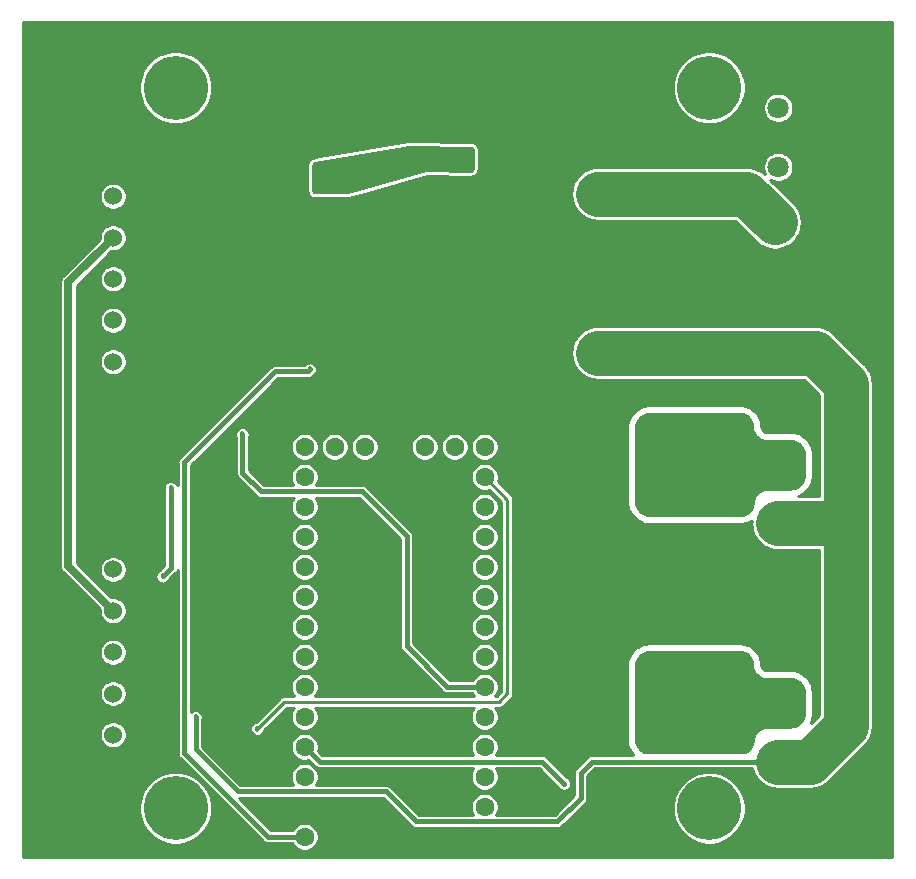
<source format=gbr>
%TF.GenerationSoftware,KiCad,Pcbnew,(5.1.9)-1*%
%TF.CreationDate,2022-03-20T14:43:19-04:00*%
%TF.ProjectId,4runner-seat-heat,3472756e-6e65-4722-9d73-6561742d6865,rev?*%
%TF.SameCoordinates,Original*%
%TF.FileFunction,Copper,L2,Bot*%
%TF.FilePolarity,Positive*%
%FSLAX46Y46*%
G04 Gerber Fmt 4.6, Leading zero omitted, Abs format (unit mm)*
G04 Created by KiCad (PCBNEW (5.1.9)-1) date 2022-03-20 14:43:19*
%MOMM*%
%LPD*%
G01*
G04 APERTURE LIST*
%TA.AperFunction,ComponentPad*%
%ADD10C,5.410200*%
%TD*%
%TA.AperFunction,ComponentPad*%
%ADD11C,1.800000*%
%TD*%
%TA.AperFunction,ComponentPad*%
%ADD12C,1.600000*%
%TD*%
%TA.AperFunction,ComponentPad*%
%ADD13R,1.600000X1.600000*%
%TD*%
%TA.AperFunction,ComponentPad*%
%ADD14C,2.159000*%
%TD*%
%TA.AperFunction,ComponentPad*%
%ADD15C,1.524000*%
%TD*%
%TA.AperFunction,ViaPad*%
%ADD16C,0.457200*%
%TD*%
%TA.AperFunction,Conductor*%
%ADD17C,0.381000*%
%TD*%
%TA.AperFunction,Conductor*%
%ADD18C,0.660400*%
%TD*%
%TA.AperFunction,Conductor*%
%ADD19C,3.810000*%
%TD*%
%TA.AperFunction,Conductor*%
%ADD20C,0.254000*%
%TD*%
%TA.AperFunction,Conductor*%
%ADD21C,0.100000*%
%TD*%
G04 APERTURE END LIST*
D10*
%TO.P,Mount1,1*%
%TO.N,N/C*%
X13309600Y-61711200D03*
%TD*%
%TO.P,Mount4,1*%
%TO.N,N/C*%
X13309600Y-711200D03*
%TD*%
%TO.P,Mount2,1*%
%TO.N,N/C*%
X58470800Y-61711200D03*
%TD*%
%TO.P,Mount3,1*%
%TO.N,N/C*%
X58470800Y-711200D03*
%TD*%
D11*
%TO.P,J9,4*%
%TO.N,DIMMER-GND*%
X64312800Y-2424400D03*
%TO.P,J9,1*%
%TO.N,GND*%
X64312800Y-17424400D03*
%TO.P,J9,3*%
%TO.N,+12-TAIL*%
X64312800Y-7424400D03*
%TO.P,J9,2*%
%TO.N,/12VDC-IGN*%
X64312800Y-12424400D03*
%TD*%
D12*
%TO.P,U2,GND*%
%TO.N,GND*%
X31838900Y-31115000D03*
%TO.P,U2,Program*%
%TO.N,Net-(U2-PadProgram)*%
X29298900Y-31115000D03*
%TO.P,U2,A14*%
%TO.N,Net-(U2-PadA14)*%
X26758900Y-31115000D03*
%TO.P,U2,13*%
%TO.N,Net-(U2-Pad13)*%
X24218900Y-31115000D03*
%TO.P,U2,3.3V*%
%TO.N,Net-(U2-Pad3.3V)*%
X34378900Y-31115000D03*
%TO.P,U2,VBat*%
%TO.N,Net-(U2-PadVBat)*%
X36918900Y-31115000D03*
%TO.P,U2,12*%
%TO.N,Net-(U2-Pad12)*%
X39458900Y-31115000D03*
%TO.P,U2,14*%
%TO.N,Right-Pot*%
X24218900Y-33655000D03*
%TO.P,U2,15*%
%TO.N,Left-Pot*%
X24218900Y-36195000D03*
%TO.P,U2,16*%
%TO.N,Net-(R19-Pad1)*%
X24218900Y-38735000D03*
%TO.P,U2,17*%
%TO.N,Net-(U2-Pad17)*%
X24218900Y-41275000D03*
%TO.P,U2,18*%
%TO.N,Net-(U2-Pad18)*%
X24218900Y-43815000D03*
%TO.P,U2,19*%
%TO.N,Net-(U2-Pad19)*%
X24218900Y-46355000D03*
%TO.P,U2,20*%
%TO.N,Net-(U2-Pad20)*%
X24218900Y-48895000D03*
%TO.P,U2,21*%
%TO.N,Net-(U2-Pad21)*%
X24218900Y-51435000D03*
%TO.P,U2,22*%
%TO.N,Right-Heat-3V3*%
X24218900Y-53975000D03*
%TO.P,U2,23*%
%TO.N,Left-Heat-3V3*%
X24218900Y-56515000D03*
%TO.P,U2,3V3*%
%TO.N,Net-(U2-Pad3V3)*%
X24218900Y-59055000D03*
%TO.P,U2,AGND*%
%TO.N,GND*%
X24218900Y-61595000D03*
%TO.P,U2,Vin*%
%TO.N,3V3*%
X24218900Y-64135000D03*
%TO.P,U2,11*%
%TO.N,Net-(R17-Pad1)*%
X39458900Y-33655000D03*
%TO.P,U2,10*%
%TO.N,Net-(U2-Pad10)*%
X39458900Y-36195000D03*
%TO.P,U2,9*%
%TO.N,Net-(U2-Pad9)*%
X39458900Y-38735000D03*
%TO.P,U2,8*%
%TO.N,Net-(U2-Pad8)*%
X39458900Y-41275000D03*
%TO.P,U2,7*%
%TO.N,Net-(U2-Pad7)*%
X39458900Y-43815000D03*
%TO.P,U2,6*%
%TO.N,Net-(U2-Pad6)*%
X39458900Y-46355000D03*
%TO.P,U2,5*%
%TO.N,Net-(U2-Pad5)*%
X39458900Y-48895000D03*
%TO.P,U2,4*%
%TO.N,Right-Illum-3V3*%
X39458900Y-51435000D03*
%TO.P,U2,3*%
%TO.N,Left-Illum-3V3*%
X39458900Y-53975000D03*
%TO.P,U2,2*%
%TO.N,Net-(U2-Pad2)*%
X39458900Y-56515000D03*
%TO.P,U2,1*%
%TO.N,Net-(U2-Pad1)*%
X39458900Y-59055000D03*
%TO.P,U2,0*%
%TO.N,Net-(U2-Pad0)*%
X39458900Y-61595000D03*
D13*
%TO.P,U2,GND*%
%TO.N,GND*%
X39458900Y-64135000D03*
%TD*%
D11*
%TO.P,Left-Heater1,2*%
%TO.N,Net-(Left-Heater1-Pad2)*%
X64312800Y-52785000D03*
%TO.P,Left-Heater1,1*%
%TO.N,+12VDC*%
X64312800Y-57785000D03*
%TD*%
%TO.P,Right-Heater1,2*%
%TO.N,Net-(Q2-Pad3)*%
X64338200Y-32592000D03*
%TO.P,Right-Heater1,1*%
%TO.N,+12VDC*%
X64338200Y-37592000D03*
%TD*%
D14*
%TO.P,F1,1*%
%TO.N,/12VDC-IGN*%
X52489100Y-9690100D03*
%TO.P,F1,2*%
%TO.N,+12VDC*%
X52489100Y-23152100D03*
%TO.P,F1,1*%
%TO.N,/12VDC-IGN*%
X49085500Y-9690100D03*
%TO.P,F1,2*%
%TO.N,+12VDC*%
X49085500Y-23152100D03*
%TD*%
D15*
%TO.P,J3,6*%
%TO.N,Net-(J3-Pad6)*%
X8001000Y-23910000D03*
%TO.P,J3,5*%
%TO.N,DIMMER-GND*%
X8001000Y-20410000D03*
%TO.P,J3,4*%
%TO.N,Net-(J3-Pad4)*%
X8001000Y-16910000D03*
%TO.P,J3,3*%
%TO.N,+12-Polyfuse*%
X8001000Y-13410000D03*
%TO.P,J3,2*%
%TO.N,Net-(J3-Pad2)*%
X8001000Y-9910000D03*
%TO.P,J3,1*%
%TO.N,GND*%
X8001000Y-6410000D03*
%TD*%
%TO.P,J8,1*%
%TO.N,GND*%
X8001000Y-38007600D03*
%TO.P,J8,2*%
%TO.N,Net-(J8-Pad2)*%
X8001000Y-41507600D03*
%TO.P,J8,3*%
%TO.N,+12-Polyfuse*%
X8001000Y-45007600D03*
%TO.P,J8,4*%
%TO.N,Net-(J8-Pad4)*%
X8001000Y-48507600D03*
%TO.P,J8,5*%
%TO.N,DIMMER-GND*%
X8001000Y-52007600D03*
%TO.P,J8,6*%
%TO.N,Net-(J8-Pad6)*%
X8001000Y-55507600D03*
%TD*%
D16*
%TO.N,GND*%
X73468400Y-51762592D03*
X73468400Y-25569984D03*
X73468400Y4049100D03*
X73468400Y-15747756D03*
X73468400Y-45214440D03*
X73468400Y-61584820D03*
X73468400Y-58310744D03*
X73468400Y-9199604D03*
X73468400Y-19021832D03*
X73468400Y-48488516D03*
X73468400Y-32118136D03*
X73468400Y-5925528D03*
X73468400Y622624D03*
X73468400Y-55036668D03*
X73468400Y-38666288D03*
X73468400Y-2651452D03*
X73468400Y-35392212D03*
X73468400Y-41940364D03*
X73468400Y-12473680D03*
X73468400Y-64858900D03*
X73468400Y-22295908D03*
X73468400Y-28844060D03*
X54432200Y-14109700D03*
X54432200Y-19519900D03*
X41948100Y-54419500D03*
X45554900Y-54419500D03*
X43751500Y-50812700D03*
X43751500Y-54419500D03*
X47358300Y-56222900D03*
X41948100Y-52616100D03*
X43751500Y-56222900D03*
X43751500Y-52616100D03*
X45554900Y-52616100D03*
X49161700Y-52616100D03*
X41948100Y-49009300D03*
X49161700Y-56222900D03*
X49161700Y-54419500D03*
X45554900Y-50812700D03*
X47358300Y-49009300D03*
X49161700Y-50812700D03*
X43751500Y-49009300D03*
X45554900Y-56222900D03*
X47358300Y-50812700D03*
X47358300Y-52616100D03*
X45554900Y-49009300D03*
X49161700Y-49009300D03*
X47358300Y-54419500D03*
X41960800Y-28854400D03*
X47371000Y-32461200D03*
X45567600Y-32461200D03*
X49174400Y-32461200D03*
X43764200Y-34264600D03*
X45567600Y-34264600D03*
X47371000Y-34264600D03*
X41960800Y-34264600D03*
X45567600Y-36068000D03*
X49174400Y-34264600D03*
X47371000Y-36068000D03*
X49174400Y-36068000D03*
X43764200Y-36068000D03*
X45567600Y-30657800D03*
X47371000Y-28854400D03*
X49174400Y-30657800D03*
X43764200Y-28854400D03*
X45567600Y-28854400D03*
X43764200Y-30657800D03*
X47371000Y-30657800D03*
X41960800Y-32461200D03*
X43764200Y-32461200D03*
X49174400Y-28854400D03*
X29298900Y-10706100D03*
X54432200Y-17716500D03*
X58039000Y-17716500D03*
X56235600Y-14109700D03*
X56235600Y-17716500D03*
X59842400Y-19519900D03*
X54432200Y-15913100D03*
X56235600Y-19519900D03*
X56235600Y-15913100D03*
X58039000Y-15913100D03*
X61645800Y-15913100D03*
X54432200Y-12306300D03*
X61645800Y-19519900D03*
X61645800Y-17716500D03*
X58039000Y-14109700D03*
X59842400Y-12306300D03*
X56235600Y-12306300D03*
X58039000Y-19519900D03*
X59842400Y-14109700D03*
X59842400Y-15913100D03*
X58039000Y-12306300D03*
X59842400Y-17716500D03*
X67094100Y-10477500D03*
X68897500Y-10477500D03*
X61683900Y-14084300D03*
X67094100Y-14084300D03*
X63487300Y-15887700D03*
X68897500Y-14084300D03*
X67094100Y-12280900D03*
X68897500Y-12280900D03*
X65290700Y-15887700D03*
X67094100Y-15887700D03*
X68897500Y-8674100D03*
X67094100Y-8674100D03*
X68897500Y-15887700D03*
X65290700Y-14684300D03*
X63487300Y-14684300D03*
X1168400Y4049100D03*
X4454763Y4049100D03*
X7741126Y4049100D03*
X11027489Y4049100D03*
X14313852Y4049100D03*
X17600215Y4049100D03*
X20886578Y4049100D03*
X24172941Y4049100D03*
X27459304Y4049100D03*
X30745667Y4049100D03*
X34032030Y4049100D03*
X37318393Y4049100D03*
X40604756Y4049100D03*
X43891119Y4049100D03*
X47177482Y4049100D03*
X50463845Y4049100D03*
X53750208Y4049100D03*
X57036571Y4049100D03*
X60322934Y4049100D03*
X63609297Y4049100D03*
X66895660Y4049100D03*
X70182023Y4049100D03*
X66760420Y-64884300D03*
X70038751Y-64884300D03*
X57353200Y-64871600D03*
X60452000Y-64871600D03*
X7750462Y-64884300D03*
X41275000Y-64871600D03*
X17585455Y-64884300D03*
X50368765Y-64884300D03*
X33977110Y-64884300D03*
X37223700Y-65176400D03*
X63482089Y-64884300D03*
X4472131Y-64884300D03*
X1168400Y-64858900D03*
X43812103Y-64884300D03*
X11130393Y-64884300D03*
X14408724Y-64884300D03*
X20863786Y-64884300D03*
X30698779Y-64884300D03*
X47090434Y-64884300D03*
X53647096Y-64884300D03*
X27825700Y-64884300D03*
X1168400Y-55036668D03*
X1168400Y-58310744D03*
X1168400Y-5925528D03*
X1168400Y-38666288D03*
X1168400Y-15747756D03*
X1168400Y-48488516D03*
X1168400Y-32118136D03*
X1168400Y-35392212D03*
X1168400Y-61584820D03*
X1168400Y-2651452D03*
X1168400Y622624D03*
X1168400Y-41940364D03*
X1168400Y-9199604D03*
X1168400Y-12473680D03*
X1168400Y-19021832D03*
X1168400Y-22295908D03*
X1168400Y-28844060D03*
X1168400Y-45214440D03*
X1168400Y-51762592D03*
X1168400Y-25569984D03*
X8255000Y-4216400D03*
X17094200Y-3162300D03*
X21386800Y-4216400D03*
X23914100Y-2832100D03*
X19646900Y-5537200D03*
X10502900Y-7226300D03*
X5950000Y-7750000D03*
X10756900Y-10109200D03*
X13030200Y-10883900D03*
X18808700Y-8445500D03*
X21691600Y-8534400D03*
X33934400Y-3073400D03*
X39509700Y-3073400D03*
X44399200Y-3340100D03*
X50215800Y-3797300D03*
X54241700Y-5194300D03*
X45859700Y-8394700D03*
X45834300Y-14312900D03*
X50317400Y-17195800D03*
X66000000Y100000D03*
X66611500Y-5626100D03*
X70637400Y-3568700D03*
X71729600Y-12611100D03*
X70827900Y-20066000D03*
X65544700Y-19761200D03*
X51816000Y-13347700D03*
X43840400Y-23787100D03*
X36855400Y-25577800D03*
X40284400Y-20955000D03*
X24117300Y-27508200D03*
X30607000Y-27139900D03*
X10820400Y-17335500D03*
X14414500Y-17602200D03*
X16675100Y-19723100D03*
X9969500Y-24206200D03*
X15214600Y-22821900D03*
X7797800Y-29032200D03*
X11000000Y-26850000D03*
X10800000Y-33200000D03*
X15500000Y-29400000D03*
X11500000Y-35700000D03*
X17145000Y-32753300D03*
X16205200Y-37045900D03*
X19532600Y-36220400D03*
X27076400Y-41033700D03*
X44462700Y-38442900D03*
X56934100Y-38214300D03*
X45567600Y-43827700D03*
X57759600Y-44132500D03*
X51777900Y-44361100D03*
X56540400Y-58928000D03*
X44234100Y-60286900D03*
X47790100Y-62280800D03*
X26847800Y-61112400D03*
X35496500Y-59690000D03*
X12649200Y-55575200D03*
X20269200Y-61315600D03*
X16052800Y-54965600D03*
X20447000Y-46850300D03*
X26619200Y-51612800D03*
X27825700Y-49847500D03*
X43400000Y-38544500D03*
X22466300Y-49453800D03*
X20408900Y-48323500D03*
X26797000Y-46291500D03*
X20701000Y-42938700D03*
X22504400Y-39903400D03*
X19215100Y-38315900D03*
X27889200Y-37541200D03*
X11899900Y-40043100D03*
X9700000Y-42200000D03*
X8850000Y-46700000D03*
X64655700Y-43180000D03*
X64452500Y-47866300D03*
X69608700Y-61264800D03*
X41579800Y-59728100D03*
X36728400Y-56476900D03*
X35737800Y-46062900D03*
X34239200Y-35496500D03*
X29349700Y-33261300D03*
X43408600Y-44005500D03*
X31800000Y-54000000D03*
X31445200Y-48526700D03*
X41071800Y-12763500D03*
X18643600Y-15201900D03*
X19697700Y-18262600D03*
X31318200Y-40563800D03*
X37503100Y-50292000D03*
X19862800Y-56083200D03*
X29972000Y-18491200D03*
%TO.N,3V3*%
X24663400Y-24574500D03*
%TO.N,+12VDC*%
X14986000Y-54013100D03*
%TO.N,Left-Heat-3V3*%
X46177200Y-59639200D03*
%TO.N,Right-Illum-3V3*%
X18948400Y-30060900D03*
%TO.N,Net-(Left-Heater1-Pad2)*%
X53517800Y-49174400D03*
X58928000Y-52781200D03*
X60731400Y-52781200D03*
X58928000Y-54584600D03*
X57124600Y-56388000D03*
X60731400Y-54584600D03*
X53517800Y-56388000D03*
X58928000Y-56388000D03*
X60731400Y-56388000D03*
X55321200Y-56388000D03*
X58928000Y-49174400D03*
X60731400Y-50977800D03*
X55321200Y-49174400D03*
X57124600Y-49174400D03*
X58928000Y-50977800D03*
X60731400Y-49174400D03*
%TO.N,Net-(C7-Pad1)*%
X35928300Y-6134100D03*
X37630100Y-6134100D03*
X36779200Y-6134100D03*
X35928300Y-6896100D03*
X37630100Y-6896100D03*
X36779200Y-6896100D03*
X25488900Y-7454900D03*
X25488900Y-8305800D03*
X25488900Y-9156700D03*
%TO.N,Net-(R17-Pad1)*%
X20200000Y-55000000D03*
%TO.N,Net-(Q2-Pad3)*%
X53530500Y-29019500D03*
X55333900Y-29019500D03*
X57137300Y-29019500D03*
X58940700Y-29019500D03*
X60744100Y-29019500D03*
X58940700Y-30822900D03*
X60744100Y-30822900D03*
X58940700Y-32626300D03*
X60744100Y-32626300D03*
X58940700Y-34429700D03*
X60744100Y-34429700D03*
X53530500Y-36233100D03*
X55333900Y-36233100D03*
X57137300Y-36233100D03*
X58940700Y-36233100D03*
X60744100Y-36233100D03*
%TO.N,+12-TAIL*%
X12900000Y-34600000D03*
X12200000Y-42100000D03*
%TD*%
D17*
%TO.N,3V3*%
X24218900Y-64135000D02*
X21107400Y-64135000D01*
X21107400Y-64135000D02*
X14033500Y-57061100D01*
X14033500Y-57061100D02*
X14033500Y-32435800D01*
X14033500Y-32435800D02*
X21742400Y-24726900D01*
X24511000Y-24726900D02*
X24663400Y-24574500D01*
X21742400Y-24726900D02*
X24511000Y-24726900D01*
D18*
%TO.N,+12-Polyfuse*%
X8001000Y-13410000D02*
X4216400Y-17194600D01*
X4216400Y-41223000D02*
X8001000Y-45007600D01*
X4216400Y-17194600D02*
X4216400Y-41223000D01*
D19*
%TO.N,+12VDC*%
X49085500Y-23152100D02*
X67424300Y-23152100D01*
X67424300Y-23152100D02*
X70040500Y-25768300D01*
X66992500Y-57785000D02*
X64312800Y-57785000D01*
X70040500Y-54737000D02*
X66992500Y-57785000D01*
X69938900Y-37592000D02*
X70040500Y-37693600D01*
X64338200Y-37592000D02*
X69938900Y-37592000D01*
X70040500Y-37693600D02*
X70040500Y-54737000D01*
X70040500Y-25768300D02*
X70040500Y-37693600D01*
D17*
X14986000Y-54013100D02*
X14986000Y-54013100D01*
X14986000Y-56743600D02*
X14986000Y-54013100D01*
X31089600Y-60299600D02*
X18542000Y-60299600D01*
X45618400Y-62839600D02*
X33629600Y-62839600D01*
X33629600Y-62839600D02*
X31089600Y-60299600D01*
X47599600Y-60858400D02*
X45618400Y-62839600D01*
X47599600Y-58724800D02*
X47599600Y-60858400D01*
X48539400Y-57785000D02*
X47599600Y-58724800D01*
X18542000Y-60299600D02*
X14986000Y-56743600D01*
X64312800Y-57785000D02*
X48539400Y-57785000D01*
D19*
%TO.N,/12VDC-IGN*%
X61578500Y-9690100D02*
X64010499Y-12122099D01*
X49085500Y-9690100D02*
X61578500Y-9690100D01*
D17*
%TO.N,Left-Heat-3V3*%
X44323000Y-57785000D02*
X46177200Y-59639200D01*
X25488900Y-57785000D02*
X44323000Y-57785000D01*
X24218900Y-56515000D02*
X25488900Y-57785000D01*
%TO.N,Right-Illum-3V3*%
X18948400Y-33299400D02*
X18948400Y-30060900D01*
X29070300Y-34899600D02*
X20548600Y-34899600D01*
X32854900Y-38684200D02*
X29070300Y-34899600D01*
X20548600Y-34899600D02*
X18948400Y-33299400D01*
X32854900Y-47993300D02*
X32854900Y-38684200D01*
X36296600Y-51435000D02*
X32854900Y-47993300D01*
X39458900Y-51435000D02*
X36296600Y-51435000D01*
D20*
%TO.N,Net-(R17-Pad1)*%
X41400000Y-35596100D02*
X39458900Y-33655000D01*
X41400000Y-48692782D02*
X41400000Y-35596100D01*
X41363899Y-48728883D02*
X41400000Y-48692782D01*
X41363899Y-49289717D02*
X41363899Y-48728883D01*
X41400000Y-49325818D02*
X41363899Y-49289717D01*
X41400000Y-52000000D02*
X41400000Y-49325818D01*
X40700000Y-52700000D02*
X41400000Y-52000000D01*
X22500000Y-52700000D02*
X40700000Y-52700000D01*
X20200000Y-55000000D02*
X22500000Y-52700000D01*
D17*
%TO.N,+12-TAIL*%
X12900000Y-34600000D02*
X12900000Y-40300000D01*
X12900000Y-40300000D02*
X12900000Y-41300000D01*
X12900000Y-41400000D02*
X12200000Y-42100000D01*
X12900000Y-41300000D02*
X12900000Y-41400000D01*
%TD*%
D20*
%TO.N,Net-(C7-Pad1)*%
X38304172Y-5796018D02*
X38364053Y-5808244D01*
X38404211Y-5835287D01*
X38431020Y-5875598D01*
X38442900Y-5935548D01*
X38442900Y-7599068D01*
X38430816Y-7659504D01*
X38403577Y-7700011D01*
X38362859Y-7726928D01*
X38302325Y-7738536D01*
X34581140Y-7709189D01*
X34563240Y-7710314D01*
X34492319Y-7719835D01*
X34474758Y-7723470D01*
X27884246Y-9581366D01*
X27832648Y-9588500D01*
X25107710Y-9588500D01*
X25047551Y-9576533D01*
X25007157Y-9549543D01*
X24980167Y-9509149D01*
X24968200Y-9448990D01*
X24968200Y-7249119D01*
X24977807Y-7194951D01*
X24999747Y-7157206D01*
X25033330Y-7129308D01*
X25085153Y-7110849D01*
X33064816Y-5768591D01*
X33097500Y-5765957D01*
X38304172Y-5796018D01*
%TA.AperFunction,Conductor*%
D21*
G36*
X38304172Y-5796018D02*
G01*
X38364053Y-5808244D01*
X38404211Y-5835287D01*
X38431020Y-5875598D01*
X38442900Y-5935548D01*
X38442900Y-7599068D01*
X38430816Y-7659504D01*
X38403577Y-7700011D01*
X38362859Y-7726928D01*
X38302325Y-7738536D01*
X34581140Y-7709189D01*
X34563240Y-7710314D01*
X34492319Y-7719835D01*
X34474758Y-7723470D01*
X27884246Y-9581366D01*
X27832648Y-9588500D01*
X25107710Y-9588500D01*
X25047551Y-9576533D01*
X25007157Y-9549543D01*
X24980167Y-9509149D01*
X24968200Y-9448990D01*
X24968200Y-7249119D01*
X24977807Y-7194951D01*
X24999747Y-7157206D01*
X25033330Y-7129308D01*
X25085153Y-7110849D01*
X33064816Y-5768591D01*
X33097500Y-5765957D01*
X38304172Y-5796018D01*
G37*
%TD.AperFunction*%
%TD*%
D20*
%TO.N,Net-(Left-Heater1-Pad2)*%
X61290215Y-48534003D02*
X61479510Y-48591421D01*
X61653970Y-48684666D01*
X61806891Y-48810153D01*
X61932389Y-48963057D01*
X62025649Y-49137507D01*
X62083089Y-49326806D01*
X62103723Y-49536110D01*
X62103727Y-49536155D01*
X62125621Y-49757432D01*
X62130516Y-49781935D01*
X62195311Y-49994642D01*
X62204908Y-50017712D01*
X62310095Y-50213616D01*
X62324022Y-50234360D01*
X62465528Y-50405879D01*
X62483249Y-50423495D01*
X62655599Y-50563988D01*
X62676425Y-50577793D01*
X62872946Y-50681824D01*
X62896072Y-50691285D01*
X63109157Y-50754825D01*
X63133687Y-50759575D01*
X63355089Y-50780166D01*
X63367586Y-50780710D01*
X65327408Y-50769350D01*
X65531916Y-50786090D01*
X65724991Y-50836750D01*
X65906301Y-50920240D01*
X66070307Y-51034008D01*
X66212016Y-51174591D01*
X66327096Y-51337691D01*
X66412031Y-51518326D01*
X66464231Y-51710987D01*
X66482603Y-51915349D01*
X66486419Y-53656935D01*
X66469106Y-53860437D01*
X66418225Y-54052486D01*
X66334834Y-54232835D01*
X66221473Y-54395991D01*
X66081547Y-54537054D01*
X65919306Y-54651739D01*
X65739650Y-54736584D01*
X65548014Y-54789020D01*
X65344654Y-54807981D01*
X63424261Y-54819330D01*
X63412158Y-54819980D01*
X63191911Y-54842386D01*
X63168166Y-54847122D01*
X62956174Y-54910921D01*
X62933759Y-54920077D01*
X62737727Y-55022949D01*
X62717457Y-55036193D01*
X62544513Y-55174400D01*
X62527125Y-55191250D01*
X62383553Y-55359767D01*
X62369678Y-55379611D01*
X62260698Y-55572314D01*
X62250843Y-55594431D01*
X62180416Y-55804314D01*
X62174936Y-55827899D01*
X62145622Y-56047334D01*
X62145623Y-56047334D01*
X62117916Y-56254152D01*
X62055193Y-56440390D01*
X61958144Y-56611259D01*
X61830317Y-56760512D01*
X61676399Y-56882677D01*
X61528552Y-56959500D01*
X52983592Y-56959500D01*
X52844940Y-56894845D01*
X52681810Y-56780620D01*
X52540980Y-56639790D01*
X52426755Y-56476660D01*
X52342588Y-56296165D01*
X52291043Y-56103795D01*
X52273200Y-55899852D01*
X52273200Y-49662548D01*
X52291043Y-49458605D01*
X52342588Y-49266235D01*
X52426755Y-49085740D01*
X52540980Y-48922610D01*
X52681810Y-48781780D01*
X52844940Y-48667555D01*
X53025435Y-48583388D01*
X53217805Y-48531843D01*
X53421748Y-48514000D01*
X61087106Y-48514000D01*
X61290215Y-48534003D01*
%TA.AperFunction,Conductor*%
D21*
G36*
X61290215Y-48534003D02*
G01*
X61479510Y-48591421D01*
X61653970Y-48684666D01*
X61806891Y-48810153D01*
X61932389Y-48963057D01*
X62025649Y-49137507D01*
X62083089Y-49326806D01*
X62103723Y-49536110D01*
X62103727Y-49536155D01*
X62125621Y-49757432D01*
X62130516Y-49781935D01*
X62195311Y-49994642D01*
X62204908Y-50017712D01*
X62310095Y-50213616D01*
X62324022Y-50234360D01*
X62465528Y-50405879D01*
X62483249Y-50423495D01*
X62655599Y-50563988D01*
X62676425Y-50577793D01*
X62872946Y-50681824D01*
X62896072Y-50691285D01*
X63109157Y-50754825D01*
X63133687Y-50759575D01*
X63355089Y-50780166D01*
X63367586Y-50780710D01*
X65327408Y-50769350D01*
X65531916Y-50786090D01*
X65724991Y-50836750D01*
X65906301Y-50920240D01*
X66070307Y-51034008D01*
X66212016Y-51174591D01*
X66327096Y-51337691D01*
X66412031Y-51518326D01*
X66464231Y-51710987D01*
X66482603Y-51915349D01*
X66486419Y-53656935D01*
X66469106Y-53860437D01*
X66418225Y-54052486D01*
X66334834Y-54232835D01*
X66221473Y-54395991D01*
X66081547Y-54537054D01*
X65919306Y-54651739D01*
X65739650Y-54736584D01*
X65548014Y-54789020D01*
X65344654Y-54807981D01*
X63424261Y-54819330D01*
X63412158Y-54819980D01*
X63191911Y-54842386D01*
X63168166Y-54847122D01*
X62956174Y-54910921D01*
X62933759Y-54920077D01*
X62737727Y-55022949D01*
X62717457Y-55036193D01*
X62544513Y-55174400D01*
X62527125Y-55191250D01*
X62383553Y-55359767D01*
X62369678Y-55379611D01*
X62260698Y-55572314D01*
X62250843Y-55594431D01*
X62180416Y-55804314D01*
X62174936Y-55827899D01*
X62145622Y-56047334D01*
X62145623Y-56047334D01*
X62117916Y-56254152D01*
X62055193Y-56440390D01*
X61958144Y-56611259D01*
X61830317Y-56760512D01*
X61676399Y-56882677D01*
X61528552Y-56959500D01*
X52983592Y-56959500D01*
X52844940Y-56894845D01*
X52681810Y-56780620D01*
X52540980Y-56639790D01*
X52426755Y-56476660D01*
X52342588Y-56296165D01*
X52291043Y-56103795D01*
X52273200Y-55899852D01*
X52273200Y-49662548D01*
X52291043Y-49458605D01*
X52342588Y-49266235D01*
X52426755Y-49085740D01*
X52540980Y-48922610D01*
X52681810Y-48781780D01*
X52844940Y-48667555D01*
X53025435Y-48583388D01*
X53217805Y-48531843D01*
X53421748Y-48514000D01*
X61087106Y-48514000D01*
X61290215Y-48534003D01*
G37*
%TD.AperFunction*%
%TD*%
D20*
%TO.N,GND*%
X73991001Y-65812000D02*
X406000Y-65812000D01*
X406000Y-61407246D01*
X10223500Y-61407246D01*
X10223500Y-62015154D01*
X10342097Y-62611382D01*
X10574734Y-63173016D01*
X10912470Y-63678474D01*
X11342326Y-64108330D01*
X11847784Y-64446066D01*
X12409418Y-64678703D01*
X13005646Y-64797300D01*
X13613554Y-64797300D01*
X14209782Y-64678703D01*
X14771416Y-64446066D01*
X15276874Y-64108330D01*
X15706730Y-63678474D01*
X16044466Y-63173016D01*
X16277103Y-62611382D01*
X16395700Y-62015154D01*
X16395700Y-61407246D01*
X16277103Y-60811018D01*
X16044466Y-60249384D01*
X15706730Y-59743926D01*
X15276874Y-59314070D01*
X14771416Y-58976334D01*
X14209782Y-58743697D01*
X13613554Y-58625100D01*
X13005646Y-58625100D01*
X12409418Y-58743697D01*
X11847784Y-58976334D01*
X11342326Y-59314070D01*
X10912470Y-59743926D01*
X10574734Y-60249384D01*
X10342097Y-60811018D01*
X10223500Y-61407246D01*
X406000Y-61407246D01*
X406000Y-55395024D01*
X6858000Y-55395024D01*
X6858000Y-55620176D01*
X6901925Y-55841001D01*
X6988087Y-56049013D01*
X7113174Y-56236220D01*
X7272380Y-56395426D01*
X7459587Y-56520513D01*
X7667599Y-56606675D01*
X7888424Y-56650600D01*
X8113576Y-56650600D01*
X8334401Y-56606675D01*
X8542413Y-56520513D01*
X8729620Y-56395426D01*
X8888826Y-56236220D01*
X9013913Y-56049013D01*
X9100075Y-55841001D01*
X9144000Y-55620176D01*
X9144000Y-55395024D01*
X9100075Y-55174199D01*
X9013913Y-54966187D01*
X8888826Y-54778980D01*
X8729620Y-54619774D01*
X8542413Y-54494687D01*
X8334401Y-54408525D01*
X8113576Y-54364600D01*
X7888424Y-54364600D01*
X7667599Y-54408525D01*
X7459587Y-54494687D01*
X7272380Y-54619774D01*
X7113174Y-54778980D01*
X6988087Y-54966187D01*
X6901925Y-55174199D01*
X6858000Y-55395024D01*
X406000Y-55395024D01*
X406000Y-51895024D01*
X6858000Y-51895024D01*
X6858000Y-52120176D01*
X6901925Y-52341001D01*
X6988087Y-52549013D01*
X7113174Y-52736220D01*
X7272380Y-52895426D01*
X7459587Y-53020513D01*
X7667599Y-53106675D01*
X7888424Y-53150600D01*
X8113576Y-53150600D01*
X8334401Y-53106675D01*
X8542413Y-53020513D01*
X8729620Y-52895426D01*
X8888826Y-52736220D01*
X9013913Y-52549013D01*
X9100075Y-52341001D01*
X9144000Y-52120176D01*
X9144000Y-51895024D01*
X9100075Y-51674199D01*
X9013913Y-51466187D01*
X8888826Y-51278980D01*
X8729620Y-51119774D01*
X8542413Y-50994687D01*
X8334401Y-50908525D01*
X8113576Y-50864600D01*
X7888424Y-50864600D01*
X7667599Y-50908525D01*
X7459587Y-50994687D01*
X7272380Y-51119774D01*
X7113174Y-51278980D01*
X6988087Y-51466187D01*
X6901925Y-51674199D01*
X6858000Y-51895024D01*
X406000Y-51895024D01*
X406000Y-48395024D01*
X6858000Y-48395024D01*
X6858000Y-48620176D01*
X6901925Y-48841001D01*
X6988087Y-49049013D01*
X7113174Y-49236220D01*
X7272380Y-49395426D01*
X7459587Y-49520513D01*
X7667599Y-49606675D01*
X7888424Y-49650600D01*
X8113576Y-49650600D01*
X8334401Y-49606675D01*
X8542413Y-49520513D01*
X8729620Y-49395426D01*
X8888826Y-49236220D01*
X9013913Y-49049013D01*
X9100075Y-48841001D01*
X9144000Y-48620176D01*
X9144000Y-48395024D01*
X9100075Y-48174199D01*
X9013913Y-47966187D01*
X8888826Y-47778980D01*
X8729620Y-47619774D01*
X8542413Y-47494687D01*
X8334401Y-47408525D01*
X8113576Y-47364600D01*
X7888424Y-47364600D01*
X7667599Y-47408525D01*
X7459587Y-47494687D01*
X7272380Y-47619774D01*
X7113174Y-47778980D01*
X6988087Y-47966187D01*
X6901925Y-48174199D01*
X6858000Y-48395024D01*
X406000Y-48395024D01*
X406000Y-17194600D01*
X3501760Y-17194600D01*
X3505200Y-17229526D01*
X3505201Y-41188064D01*
X3501760Y-41223000D01*
X3505201Y-41257936D01*
X3515492Y-41362420D01*
X3526892Y-41400001D01*
X3556159Y-41496481D01*
X3622055Y-41619763D01*
X3622199Y-41620033D01*
X3711074Y-41728327D01*
X3738210Y-41750597D01*
X6862087Y-44874476D01*
X6858000Y-44895024D01*
X6858000Y-45120176D01*
X6901925Y-45341001D01*
X6988087Y-45549013D01*
X7113174Y-45736220D01*
X7272380Y-45895426D01*
X7459587Y-46020513D01*
X7667599Y-46106675D01*
X7888424Y-46150600D01*
X8113576Y-46150600D01*
X8334401Y-46106675D01*
X8542413Y-46020513D01*
X8729620Y-45895426D01*
X8888826Y-45736220D01*
X9013913Y-45549013D01*
X9100075Y-45341001D01*
X9144000Y-45120176D01*
X9144000Y-44895024D01*
X9100075Y-44674199D01*
X9013913Y-44466187D01*
X8888826Y-44278980D01*
X8729620Y-44119774D01*
X8542413Y-43994687D01*
X8334401Y-43908525D01*
X8113576Y-43864600D01*
X7888424Y-43864600D01*
X7867876Y-43868687D01*
X5394212Y-41395024D01*
X6858000Y-41395024D01*
X6858000Y-41620176D01*
X6901925Y-41841001D01*
X6988087Y-42049013D01*
X7113174Y-42236220D01*
X7272380Y-42395426D01*
X7459587Y-42520513D01*
X7667599Y-42606675D01*
X7888424Y-42650600D01*
X8113576Y-42650600D01*
X8334401Y-42606675D01*
X8542413Y-42520513D01*
X8729620Y-42395426D01*
X8888826Y-42236220D01*
X9013913Y-42049013D01*
X9017662Y-42039960D01*
X11590400Y-42039960D01*
X11590400Y-42160040D01*
X11613826Y-42277814D01*
X11659779Y-42388754D01*
X11726492Y-42488598D01*
X11811402Y-42573508D01*
X11911246Y-42640221D01*
X12022186Y-42686174D01*
X12139960Y-42709600D01*
X12260040Y-42709600D01*
X12377814Y-42686174D01*
X12488754Y-42640221D01*
X12588598Y-42573508D01*
X12673508Y-42488598D01*
X12740221Y-42388754D01*
X12754896Y-42353327D01*
X13284257Y-41823966D01*
X13306067Y-41806067D01*
X13369866Y-41728327D01*
X13377484Y-41719045D01*
X13430551Y-41619763D01*
X13430552Y-41619761D01*
X13462001Y-41516089D01*
X13462000Y-57033026D01*
X13459235Y-57061100D01*
X13465810Y-57127860D01*
X13470269Y-57173133D01*
X13502948Y-57280861D01*
X13556016Y-57380144D01*
X13627433Y-57467167D01*
X13649248Y-57485070D01*
X20683434Y-64519257D01*
X20701333Y-64541067D01*
X20788355Y-64612484D01*
X20887638Y-64665552D01*
X20995366Y-64698231D01*
X21079326Y-64706500D01*
X21079327Y-64706500D01*
X21107399Y-64709265D01*
X21135471Y-64706500D01*
X23180388Y-64706500D01*
X23301558Y-64887843D01*
X23466057Y-65052342D01*
X23659487Y-65181588D01*
X23874415Y-65270614D01*
X24102582Y-65316000D01*
X24335218Y-65316000D01*
X24563385Y-65270614D01*
X24778313Y-65181588D01*
X24971743Y-65052342D01*
X25136242Y-64887843D01*
X25265488Y-64694413D01*
X25354514Y-64479485D01*
X25399900Y-64251318D01*
X25399900Y-64018682D01*
X25354514Y-63790515D01*
X25265488Y-63575587D01*
X25136242Y-63382157D01*
X24971743Y-63217658D01*
X24778313Y-63088412D01*
X24563385Y-62999386D01*
X24335218Y-62954000D01*
X24102582Y-62954000D01*
X23874415Y-62999386D01*
X23659487Y-63088412D01*
X23466057Y-63217658D01*
X23301558Y-63382157D01*
X23180388Y-63563500D01*
X21344123Y-63563500D01*
X18651723Y-60871100D01*
X30852878Y-60871100D01*
X33205634Y-63223857D01*
X33223533Y-63245667D01*
X33310555Y-63317084D01*
X33409838Y-63370152D01*
X33517566Y-63402831D01*
X33601526Y-63411100D01*
X33601527Y-63411100D01*
X33629599Y-63413865D01*
X33657671Y-63411100D01*
X45590326Y-63411100D01*
X45618400Y-63413865D01*
X45646474Y-63411100D01*
X45730434Y-63402831D01*
X45838162Y-63370152D01*
X45937445Y-63317084D01*
X46024467Y-63245667D01*
X46042370Y-63223852D01*
X47858976Y-61407246D01*
X55384700Y-61407246D01*
X55384700Y-62015154D01*
X55503297Y-62611382D01*
X55735934Y-63173016D01*
X56073670Y-63678474D01*
X56503526Y-64108330D01*
X57008984Y-64446066D01*
X57570618Y-64678703D01*
X58166846Y-64797300D01*
X58774754Y-64797300D01*
X59370982Y-64678703D01*
X59932616Y-64446066D01*
X60438074Y-64108330D01*
X60867930Y-63678474D01*
X61205666Y-63173016D01*
X61438303Y-62611382D01*
X61556900Y-62015154D01*
X61556900Y-61407246D01*
X61438303Y-60811018D01*
X61205666Y-60249384D01*
X60867930Y-59743926D01*
X60438074Y-59314070D01*
X59932616Y-58976334D01*
X59370982Y-58743697D01*
X58774754Y-58625100D01*
X58166846Y-58625100D01*
X57570618Y-58743697D01*
X57008984Y-58976334D01*
X56503526Y-59314070D01*
X56073670Y-59743926D01*
X55735934Y-60249384D01*
X55503297Y-60811018D01*
X55384700Y-61407246D01*
X47858976Y-61407246D01*
X47983857Y-61282366D01*
X48005667Y-61264467D01*
X48077084Y-61177445D01*
X48130152Y-61078162D01*
X48162831Y-60970434D01*
X48171100Y-60886474D01*
X48173865Y-60858400D01*
X48171100Y-60830326D01*
X48171100Y-58961522D01*
X48776123Y-58356500D01*
X62097300Y-58356500D01*
X62190593Y-58664047D01*
X62402864Y-59061178D01*
X62688533Y-59409267D01*
X63036622Y-59694936D01*
X63433753Y-59907207D01*
X63864666Y-60037923D01*
X64200505Y-60071000D01*
X66880208Y-60071000D01*
X66992500Y-60082060D01*
X67104792Y-60071000D01*
X67104795Y-60071000D01*
X67440634Y-60037923D01*
X67871547Y-59907207D01*
X68268678Y-59694936D01*
X68616767Y-59409267D01*
X68688358Y-59322033D01*
X71577538Y-56432854D01*
X71664767Y-56361267D01*
X71950436Y-56013178D01*
X72162707Y-55616047D01*
X72293423Y-55185134D01*
X72326500Y-54849295D01*
X72326500Y-54849293D01*
X72337560Y-54737000D01*
X72326500Y-54624708D01*
X72326500Y-37805892D01*
X72337560Y-37693599D01*
X72326500Y-37581305D01*
X72326500Y-25880595D01*
X72337560Y-25768300D01*
X72293423Y-25320165D01*
X72162707Y-24889253D01*
X71950436Y-24492121D01*
X71781723Y-24286545D01*
X71664767Y-24144033D01*
X71577539Y-24072447D01*
X69120158Y-21615067D01*
X69048567Y-21527833D01*
X68700478Y-21242164D01*
X68303347Y-21029893D01*
X67872434Y-20899177D01*
X67536595Y-20866100D01*
X67536592Y-20866100D01*
X67424300Y-20855040D01*
X67312008Y-20866100D01*
X48973205Y-20866100D01*
X48637366Y-20899177D01*
X48206453Y-21029893D01*
X47809322Y-21242164D01*
X47461233Y-21527833D01*
X47175564Y-21875922D01*
X46963293Y-22273053D01*
X46832577Y-22703966D01*
X46788440Y-23152100D01*
X46832577Y-23600234D01*
X46963293Y-24031147D01*
X47175564Y-24428278D01*
X47461233Y-24776367D01*
X47809322Y-25062036D01*
X48206453Y-25274307D01*
X48637366Y-25405023D01*
X48973205Y-25438100D01*
X66477409Y-25438100D01*
X67754500Y-26715192D01*
X67754501Y-35306000D01*
X65985085Y-35306000D01*
X66067727Y-35275444D01*
X66267430Y-35181132D01*
X66362801Y-35125474D01*
X66543146Y-34997992D01*
X66627436Y-34926652D01*
X66782969Y-34769854D01*
X66853623Y-34684990D01*
X66979640Y-34503619D01*
X67034526Y-34407798D01*
X67127217Y-34207337D01*
X67164671Y-34103456D01*
X67221232Y-33889969D01*
X67240125Y-33781171D01*
X67258846Y-33561113D01*
X67261129Y-33505895D01*
X67257289Y-31753225D01*
X67254740Y-31697759D01*
X67234873Y-31476768D01*
X67215325Y-31367562D01*
X67157299Y-31153401D01*
X67119044Y-31049265D01*
X67024631Y-30848472D01*
X66968834Y-30752583D01*
X66840915Y-30571286D01*
X66769284Y-30486573D01*
X66611765Y-30330306D01*
X66526479Y-30259350D01*
X66344166Y-30132883D01*
X66247833Y-30077854D01*
X66046292Y-29985048D01*
X65941853Y-29947625D01*
X65727235Y-29891312D01*
X65617878Y-29872638D01*
X65396735Y-29854537D01*
X65341251Y-29852431D01*
X63407177Y-29863642D01*
X63279455Y-29851763D01*
X63186672Y-29824096D01*
X63101106Y-29778800D01*
X63026061Y-29717627D01*
X62964450Y-29642948D01*
X62918649Y-29557648D01*
X62890437Y-29465033D01*
X62874724Y-29306226D01*
X62852884Y-29084695D01*
X62828591Y-28962616D01*
X62763890Y-28749386D01*
X62716248Y-28634392D01*
X62611194Y-28437880D01*
X62542034Y-28334388D01*
X62400663Y-28162145D01*
X62312640Y-28074130D01*
X62140384Y-27932776D01*
X62036887Y-27863627D01*
X61840365Y-27758591D01*
X61725362Y-27710959D01*
X61512125Y-27646279D01*
X61390045Y-27621997D01*
X61168288Y-27600157D01*
X61106050Y-27597100D01*
X53428900Y-27597100D01*
X53373556Y-27599516D01*
X53153023Y-27618810D01*
X53044018Y-27638031D01*
X52830185Y-27695327D01*
X52726169Y-27733185D01*
X52525535Y-27826743D01*
X52429678Y-27882087D01*
X52248338Y-28009063D01*
X52163547Y-28080211D01*
X52007011Y-28236747D01*
X51935863Y-28321538D01*
X51808887Y-28502878D01*
X51753543Y-28598735D01*
X51659985Y-28799369D01*
X51622127Y-28903385D01*
X51564831Y-29117218D01*
X51545610Y-29226223D01*
X51526316Y-29446756D01*
X51523900Y-29502100D01*
X51523900Y-35750500D01*
X51526316Y-35805844D01*
X51545610Y-36026377D01*
X51564831Y-36135382D01*
X51622127Y-36349215D01*
X51659985Y-36453231D01*
X51753543Y-36653865D01*
X51808887Y-36749722D01*
X51935863Y-36931062D01*
X52007011Y-37015853D01*
X52163547Y-37172389D01*
X52248338Y-37243537D01*
X52429678Y-37370513D01*
X52525535Y-37425857D01*
X52726169Y-37519415D01*
X52830185Y-37557273D01*
X53044018Y-37614569D01*
X53153023Y-37633790D01*
X53373556Y-37653084D01*
X53428900Y-37655500D01*
X61130675Y-37655500D01*
X61191442Y-37652586D01*
X61411356Y-37631444D01*
X61530661Y-37608291D01*
X61742519Y-37545641D01*
X61855232Y-37500181D01*
X62051274Y-37398316D01*
X62060826Y-37392125D01*
X62041140Y-37592000D01*
X62085277Y-38040134D01*
X62215993Y-38471047D01*
X62428264Y-38868178D01*
X62713933Y-39216267D01*
X63062022Y-39501936D01*
X63459153Y-39714207D01*
X63890066Y-39844923D01*
X64225905Y-39878000D01*
X67754500Y-39878000D01*
X67754501Y-53790107D01*
X67056157Y-54488452D01*
X67114517Y-54362237D01*
X67151971Y-54258356D01*
X67208532Y-54044869D01*
X67227425Y-53936071D01*
X67246146Y-53716013D01*
X67248429Y-53660795D01*
X67244589Y-51908125D01*
X67242040Y-51852659D01*
X67222173Y-51631668D01*
X67202625Y-51522462D01*
X67144599Y-51308301D01*
X67106344Y-51204165D01*
X67011931Y-51003372D01*
X66956134Y-50907483D01*
X66828215Y-50726186D01*
X66756584Y-50641473D01*
X66599065Y-50485206D01*
X66513779Y-50414250D01*
X66331466Y-50287783D01*
X66235133Y-50232754D01*
X66033592Y-50139948D01*
X65929153Y-50102525D01*
X65714535Y-50046212D01*
X65605178Y-50027538D01*
X65384035Y-50009437D01*
X65328551Y-50007331D01*
X63394477Y-50018542D01*
X63266755Y-50006663D01*
X63173972Y-49978996D01*
X63088406Y-49933700D01*
X63013361Y-49872527D01*
X62951750Y-49797848D01*
X62905949Y-49712548D01*
X62877737Y-49619933D01*
X62862024Y-49461126D01*
X62840184Y-49239595D01*
X62815891Y-49117516D01*
X62751190Y-48904286D01*
X62703548Y-48789292D01*
X62598494Y-48592780D01*
X62529334Y-48489288D01*
X62387963Y-48317045D01*
X62299940Y-48229030D01*
X62127684Y-48087676D01*
X62024187Y-48018527D01*
X61827665Y-47913491D01*
X61712662Y-47865859D01*
X61499425Y-47801179D01*
X61377345Y-47776897D01*
X61155588Y-47755057D01*
X61093350Y-47752000D01*
X53416200Y-47752000D01*
X53360856Y-47754416D01*
X53140323Y-47773710D01*
X53031318Y-47792931D01*
X52817485Y-47850227D01*
X52713469Y-47888085D01*
X52512835Y-47981643D01*
X52416978Y-48036987D01*
X52235638Y-48163963D01*
X52150847Y-48235111D01*
X51994311Y-48391647D01*
X51923163Y-48476438D01*
X51796187Y-48657778D01*
X51740843Y-48753635D01*
X51647285Y-48954269D01*
X51609427Y-49058285D01*
X51552131Y-49272118D01*
X51532910Y-49381123D01*
X51513616Y-49601656D01*
X51511200Y-49657000D01*
X51511200Y-55905400D01*
X51513616Y-55960744D01*
X51532910Y-56181277D01*
X51552131Y-56290282D01*
X51609427Y-56504115D01*
X51647285Y-56608131D01*
X51740843Y-56808765D01*
X51796187Y-56904622D01*
X51923163Y-57085962D01*
X51994311Y-57170753D01*
X52037058Y-57213500D01*
X48567474Y-57213500D01*
X48539400Y-57210735D01*
X48511326Y-57213500D01*
X48427366Y-57221769D01*
X48319638Y-57254448D01*
X48220355Y-57307516D01*
X48133333Y-57378933D01*
X48115434Y-57400743D01*
X47215348Y-58300830D01*
X47193533Y-58318733D01*
X47133585Y-58391781D01*
X47122116Y-58405756D01*
X47069048Y-58505039D01*
X47036369Y-58612767D01*
X47025335Y-58724800D01*
X47028100Y-58752875D01*
X47028101Y-60621676D01*
X45381678Y-62268100D01*
X40429525Y-62268100D01*
X40505488Y-62154413D01*
X40594514Y-61939485D01*
X40639900Y-61711318D01*
X40639900Y-61478682D01*
X40594514Y-61250515D01*
X40505488Y-61035587D01*
X40376242Y-60842157D01*
X40211743Y-60677658D01*
X40018313Y-60548412D01*
X39803385Y-60459386D01*
X39575218Y-60414000D01*
X39342582Y-60414000D01*
X39114415Y-60459386D01*
X38899487Y-60548412D01*
X38706057Y-60677658D01*
X38541558Y-60842157D01*
X38412312Y-61035587D01*
X38323286Y-61250515D01*
X38277900Y-61478682D01*
X38277900Y-61711318D01*
X38323286Y-61939485D01*
X38412312Y-62154413D01*
X38488275Y-62268100D01*
X33866323Y-62268100D01*
X31513570Y-59915348D01*
X31495667Y-59893533D01*
X31408645Y-59822116D01*
X31309362Y-59769048D01*
X31201634Y-59736369D01*
X31117674Y-59728100D01*
X31089600Y-59725335D01*
X31061526Y-59728100D01*
X25189525Y-59728100D01*
X25265488Y-59614413D01*
X25354514Y-59399485D01*
X25399900Y-59171318D01*
X25399900Y-58938682D01*
X25354514Y-58710515D01*
X25265488Y-58495587D01*
X25136242Y-58302157D01*
X24971743Y-58137658D01*
X24778313Y-58008412D01*
X24563385Y-57919386D01*
X24335218Y-57874000D01*
X24102582Y-57874000D01*
X23874415Y-57919386D01*
X23659487Y-58008412D01*
X23466057Y-58137658D01*
X23301558Y-58302157D01*
X23172312Y-58495587D01*
X23083286Y-58710515D01*
X23037900Y-58938682D01*
X23037900Y-59171318D01*
X23083286Y-59399485D01*
X23172312Y-59614413D01*
X23248275Y-59728100D01*
X18778723Y-59728100D01*
X15557500Y-56506878D01*
X15557500Y-56398682D01*
X23037900Y-56398682D01*
X23037900Y-56631318D01*
X23083286Y-56859485D01*
X23172312Y-57074413D01*
X23301558Y-57267843D01*
X23466057Y-57432342D01*
X23659487Y-57561588D01*
X23874415Y-57650614D01*
X24102582Y-57696000D01*
X24335218Y-57696000D01*
X24549127Y-57653450D01*
X25064934Y-58169257D01*
X25082833Y-58191067D01*
X25169855Y-58262484D01*
X25269138Y-58315552D01*
X25376866Y-58348231D01*
X25460826Y-58356500D01*
X25460827Y-58356500D01*
X25488899Y-58359265D01*
X25516971Y-58356500D01*
X38505247Y-58356500D01*
X38412312Y-58495587D01*
X38323286Y-58710515D01*
X38277900Y-58938682D01*
X38277900Y-59171318D01*
X38323286Y-59399485D01*
X38412312Y-59614413D01*
X38541558Y-59807843D01*
X38706057Y-59972342D01*
X38899487Y-60101588D01*
X39114415Y-60190614D01*
X39342582Y-60236000D01*
X39575218Y-60236000D01*
X39803385Y-60190614D01*
X40018313Y-60101588D01*
X40211743Y-59972342D01*
X40376242Y-59807843D01*
X40505488Y-59614413D01*
X40594514Y-59399485D01*
X40639900Y-59171318D01*
X40639900Y-58938682D01*
X40594514Y-58710515D01*
X40505488Y-58495587D01*
X40412553Y-58356500D01*
X44086278Y-58356500D01*
X45622305Y-59892528D01*
X45636979Y-59927954D01*
X45703692Y-60027798D01*
X45788602Y-60112708D01*
X45888446Y-60179421D01*
X45999386Y-60225374D01*
X46117160Y-60248800D01*
X46237240Y-60248800D01*
X46355014Y-60225374D01*
X46465954Y-60179421D01*
X46565798Y-60112708D01*
X46650708Y-60027798D01*
X46717421Y-59927954D01*
X46763374Y-59817014D01*
X46786800Y-59699240D01*
X46786800Y-59579160D01*
X46763374Y-59461386D01*
X46717421Y-59350446D01*
X46650708Y-59250602D01*
X46565798Y-59165692D01*
X46465954Y-59098979D01*
X46430528Y-59084305D01*
X44746970Y-57400748D01*
X44729067Y-57378933D01*
X44642045Y-57307516D01*
X44542762Y-57254448D01*
X44435034Y-57221769D01*
X44351074Y-57213500D01*
X44323000Y-57210735D01*
X44294926Y-57213500D01*
X40412553Y-57213500D01*
X40505488Y-57074413D01*
X40594514Y-56859485D01*
X40639900Y-56631318D01*
X40639900Y-56398682D01*
X40594514Y-56170515D01*
X40505488Y-55955587D01*
X40376242Y-55762157D01*
X40211743Y-55597658D01*
X40018313Y-55468412D01*
X39803385Y-55379386D01*
X39575218Y-55334000D01*
X39342582Y-55334000D01*
X39114415Y-55379386D01*
X38899487Y-55468412D01*
X38706057Y-55597658D01*
X38541558Y-55762157D01*
X38412312Y-55955587D01*
X38323286Y-56170515D01*
X38277900Y-56398682D01*
X38277900Y-56631318D01*
X38323286Y-56859485D01*
X38412312Y-57074413D01*
X38505247Y-57213500D01*
X25725623Y-57213500D01*
X25357350Y-56845227D01*
X25399900Y-56631318D01*
X25399900Y-56398682D01*
X25354514Y-56170515D01*
X25265488Y-55955587D01*
X25136242Y-55762157D01*
X24971743Y-55597658D01*
X24778313Y-55468412D01*
X24563385Y-55379386D01*
X24335218Y-55334000D01*
X24102582Y-55334000D01*
X23874415Y-55379386D01*
X23659487Y-55468412D01*
X23466057Y-55597658D01*
X23301558Y-55762157D01*
X23172312Y-55955587D01*
X23083286Y-56170515D01*
X23037900Y-56398682D01*
X15557500Y-56398682D01*
X15557500Y-54226340D01*
X15572174Y-54190914D01*
X15595600Y-54073140D01*
X15595600Y-53953060D01*
X15572174Y-53835286D01*
X15526221Y-53724346D01*
X15459508Y-53624502D01*
X15374598Y-53539592D01*
X15274754Y-53472879D01*
X15163814Y-53426926D01*
X15046040Y-53403500D01*
X14925960Y-53403500D01*
X14808186Y-53426926D01*
X14697246Y-53472879D01*
X14605000Y-53534515D01*
X14605000Y-48778682D01*
X23037900Y-48778682D01*
X23037900Y-49011318D01*
X23083286Y-49239485D01*
X23172312Y-49454413D01*
X23301558Y-49647843D01*
X23466057Y-49812342D01*
X23659487Y-49941588D01*
X23874415Y-50030614D01*
X24102582Y-50076000D01*
X24335218Y-50076000D01*
X24563385Y-50030614D01*
X24778313Y-49941588D01*
X24971743Y-49812342D01*
X25136242Y-49647843D01*
X25265488Y-49454413D01*
X25354514Y-49239485D01*
X25399900Y-49011318D01*
X25399900Y-48778682D01*
X25354514Y-48550515D01*
X25265488Y-48335587D01*
X25136242Y-48142157D01*
X24971743Y-47977658D01*
X24778313Y-47848412D01*
X24563385Y-47759386D01*
X24335218Y-47714000D01*
X24102582Y-47714000D01*
X23874415Y-47759386D01*
X23659487Y-47848412D01*
X23466057Y-47977658D01*
X23301558Y-48142157D01*
X23172312Y-48335587D01*
X23083286Y-48550515D01*
X23037900Y-48778682D01*
X14605000Y-48778682D01*
X14605000Y-46238682D01*
X23037900Y-46238682D01*
X23037900Y-46471318D01*
X23083286Y-46699485D01*
X23172312Y-46914413D01*
X23301558Y-47107843D01*
X23466057Y-47272342D01*
X23659487Y-47401588D01*
X23874415Y-47490614D01*
X24102582Y-47536000D01*
X24335218Y-47536000D01*
X24563385Y-47490614D01*
X24778313Y-47401588D01*
X24971743Y-47272342D01*
X25136242Y-47107843D01*
X25265488Y-46914413D01*
X25354514Y-46699485D01*
X25399900Y-46471318D01*
X25399900Y-46238682D01*
X25354514Y-46010515D01*
X25265488Y-45795587D01*
X25136242Y-45602157D01*
X24971743Y-45437658D01*
X24778313Y-45308412D01*
X24563385Y-45219386D01*
X24335218Y-45174000D01*
X24102582Y-45174000D01*
X23874415Y-45219386D01*
X23659487Y-45308412D01*
X23466057Y-45437658D01*
X23301558Y-45602157D01*
X23172312Y-45795587D01*
X23083286Y-46010515D01*
X23037900Y-46238682D01*
X14605000Y-46238682D01*
X14605000Y-43698682D01*
X23037900Y-43698682D01*
X23037900Y-43931318D01*
X23083286Y-44159485D01*
X23172312Y-44374413D01*
X23301558Y-44567843D01*
X23466057Y-44732342D01*
X23659487Y-44861588D01*
X23874415Y-44950614D01*
X24102582Y-44996000D01*
X24335218Y-44996000D01*
X24563385Y-44950614D01*
X24778313Y-44861588D01*
X24971743Y-44732342D01*
X25136242Y-44567843D01*
X25265488Y-44374413D01*
X25354514Y-44159485D01*
X25399900Y-43931318D01*
X25399900Y-43698682D01*
X25354514Y-43470515D01*
X25265488Y-43255587D01*
X25136242Y-43062157D01*
X24971743Y-42897658D01*
X24778313Y-42768412D01*
X24563385Y-42679386D01*
X24335218Y-42634000D01*
X24102582Y-42634000D01*
X23874415Y-42679386D01*
X23659487Y-42768412D01*
X23466057Y-42897658D01*
X23301558Y-43062157D01*
X23172312Y-43255587D01*
X23083286Y-43470515D01*
X23037900Y-43698682D01*
X14605000Y-43698682D01*
X14605000Y-41158682D01*
X23037900Y-41158682D01*
X23037900Y-41391318D01*
X23083286Y-41619485D01*
X23172312Y-41834413D01*
X23301558Y-42027843D01*
X23466057Y-42192342D01*
X23659487Y-42321588D01*
X23874415Y-42410614D01*
X24102582Y-42456000D01*
X24335218Y-42456000D01*
X24563385Y-42410614D01*
X24778313Y-42321588D01*
X24971743Y-42192342D01*
X25136242Y-42027843D01*
X25265488Y-41834413D01*
X25354514Y-41619485D01*
X25399900Y-41391318D01*
X25399900Y-41158682D01*
X25354514Y-40930515D01*
X25265488Y-40715587D01*
X25136242Y-40522157D01*
X24971743Y-40357658D01*
X24778313Y-40228412D01*
X24563385Y-40139386D01*
X24335218Y-40094000D01*
X24102582Y-40094000D01*
X23874415Y-40139386D01*
X23659487Y-40228412D01*
X23466057Y-40357658D01*
X23301558Y-40522157D01*
X23172312Y-40715587D01*
X23083286Y-40930515D01*
X23037900Y-41158682D01*
X14605000Y-41158682D01*
X14605000Y-38618682D01*
X23037900Y-38618682D01*
X23037900Y-38851318D01*
X23083286Y-39079485D01*
X23172312Y-39294413D01*
X23301558Y-39487843D01*
X23466057Y-39652342D01*
X23659487Y-39781588D01*
X23874415Y-39870614D01*
X24102582Y-39916000D01*
X24335218Y-39916000D01*
X24563385Y-39870614D01*
X24778313Y-39781588D01*
X24971743Y-39652342D01*
X25136242Y-39487843D01*
X25265488Y-39294413D01*
X25354514Y-39079485D01*
X25399900Y-38851318D01*
X25399900Y-38618682D01*
X25354514Y-38390515D01*
X25265488Y-38175587D01*
X25136242Y-37982157D01*
X24971743Y-37817658D01*
X24778313Y-37688412D01*
X24563385Y-37599386D01*
X24335218Y-37554000D01*
X24102582Y-37554000D01*
X23874415Y-37599386D01*
X23659487Y-37688412D01*
X23466057Y-37817658D01*
X23301558Y-37982157D01*
X23172312Y-38175587D01*
X23083286Y-38390515D01*
X23037900Y-38618682D01*
X14605000Y-38618682D01*
X14605000Y-32672522D01*
X17276662Y-30000860D01*
X18338800Y-30000860D01*
X18338800Y-30120940D01*
X18362226Y-30238714D01*
X18376901Y-30274142D01*
X18376900Y-33271326D01*
X18374135Y-33299400D01*
X18376900Y-33327473D01*
X18385169Y-33411433D01*
X18417848Y-33519161D01*
X18470916Y-33618444D01*
X18542333Y-33705467D01*
X18564148Y-33723370D01*
X20124634Y-35283857D01*
X20142533Y-35305667D01*
X20229555Y-35377084D01*
X20328838Y-35430152D01*
X20436566Y-35462831D01*
X20520526Y-35471100D01*
X20548600Y-35473865D01*
X20576674Y-35471100D01*
X23282219Y-35471100D01*
X23172312Y-35635587D01*
X23083286Y-35850515D01*
X23037900Y-36078682D01*
X23037900Y-36311318D01*
X23083286Y-36539485D01*
X23172312Y-36754413D01*
X23301558Y-36947843D01*
X23466057Y-37112342D01*
X23659487Y-37241588D01*
X23874415Y-37330614D01*
X24102582Y-37376000D01*
X24335218Y-37376000D01*
X24563385Y-37330614D01*
X24778313Y-37241588D01*
X24971743Y-37112342D01*
X25136242Y-36947843D01*
X25265488Y-36754413D01*
X25354514Y-36539485D01*
X25399900Y-36311318D01*
X25399900Y-36078682D01*
X25354514Y-35850515D01*
X25265488Y-35635587D01*
X25155581Y-35471100D01*
X28833578Y-35471100D01*
X32283401Y-38920924D01*
X32283400Y-47965226D01*
X32280635Y-47993300D01*
X32283400Y-48021373D01*
X32291669Y-48105333D01*
X32324348Y-48213061D01*
X32377416Y-48312344D01*
X32448833Y-48399367D01*
X32470648Y-48417270D01*
X35872634Y-51819257D01*
X35890533Y-51841067D01*
X35956280Y-51895024D01*
X35977555Y-51912484D01*
X36076838Y-51965552D01*
X36184566Y-51998231D01*
X36296600Y-52009265D01*
X36324674Y-52006500D01*
X38420388Y-52006500D01*
X38541558Y-52187843D01*
X38545715Y-52192000D01*
X25132085Y-52192000D01*
X25136242Y-52187843D01*
X25265488Y-51994413D01*
X25354514Y-51779485D01*
X25399900Y-51551318D01*
X25399900Y-51318682D01*
X25354514Y-51090515D01*
X25265488Y-50875587D01*
X25136242Y-50682157D01*
X24971743Y-50517658D01*
X24778313Y-50388412D01*
X24563385Y-50299386D01*
X24335218Y-50254000D01*
X24102582Y-50254000D01*
X23874415Y-50299386D01*
X23659487Y-50388412D01*
X23466057Y-50517658D01*
X23301558Y-50682157D01*
X23172312Y-50875587D01*
X23083286Y-51090515D01*
X23037900Y-51318682D01*
X23037900Y-51551318D01*
X23083286Y-51779485D01*
X23172312Y-51994413D01*
X23301558Y-52187843D01*
X23305715Y-52192000D01*
X22524943Y-52192000D01*
X22499999Y-52189543D01*
X22475055Y-52192000D01*
X22475053Y-52192000D01*
X22400415Y-52199351D01*
X22304657Y-52228399D01*
X22304655Y-52228400D01*
X22216404Y-52275571D01*
X22206626Y-52283596D01*
X22139052Y-52339052D01*
X22123150Y-52358429D01*
X20079068Y-54402512D01*
X20022186Y-54413826D01*
X19911246Y-54459779D01*
X19811402Y-54526492D01*
X19726492Y-54611402D01*
X19659779Y-54711246D01*
X19613826Y-54822186D01*
X19590400Y-54939960D01*
X19590400Y-55060040D01*
X19613826Y-55177814D01*
X19659779Y-55288754D01*
X19726492Y-55388598D01*
X19811402Y-55473508D01*
X19911246Y-55540221D01*
X20022186Y-55586174D01*
X20139960Y-55609600D01*
X20260040Y-55609600D01*
X20377814Y-55586174D01*
X20488754Y-55540221D01*
X20588598Y-55473508D01*
X20673508Y-55388598D01*
X20740221Y-55288754D01*
X20786174Y-55177814D01*
X20797488Y-55120932D01*
X22710421Y-53208000D01*
X23315715Y-53208000D01*
X23301558Y-53222157D01*
X23172312Y-53415587D01*
X23083286Y-53630515D01*
X23037900Y-53858682D01*
X23037900Y-54091318D01*
X23083286Y-54319485D01*
X23172312Y-54534413D01*
X23301558Y-54727843D01*
X23466057Y-54892342D01*
X23659487Y-55021588D01*
X23874415Y-55110614D01*
X24102582Y-55156000D01*
X24335218Y-55156000D01*
X24563385Y-55110614D01*
X24778313Y-55021588D01*
X24971743Y-54892342D01*
X25136242Y-54727843D01*
X25265488Y-54534413D01*
X25354514Y-54319485D01*
X25399900Y-54091318D01*
X25399900Y-53858682D01*
X25354514Y-53630515D01*
X25265488Y-53415587D01*
X25136242Y-53222157D01*
X25122085Y-53208000D01*
X38555715Y-53208000D01*
X38541558Y-53222157D01*
X38412312Y-53415587D01*
X38323286Y-53630515D01*
X38277900Y-53858682D01*
X38277900Y-54091318D01*
X38323286Y-54319485D01*
X38412312Y-54534413D01*
X38541558Y-54727843D01*
X38706057Y-54892342D01*
X38899487Y-55021588D01*
X39114415Y-55110614D01*
X39342582Y-55156000D01*
X39575218Y-55156000D01*
X39803385Y-55110614D01*
X40018313Y-55021588D01*
X40211743Y-54892342D01*
X40376242Y-54727843D01*
X40505488Y-54534413D01*
X40594514Y-54319485D01*
X40639900Y-54091318D01*
X40639900Y-53858682D01*
X40594514Y-53630515D01*
X40505488Y-53415587D01*
X40376242Y-53222157D01*
X40362085Y-53208000D01*
X40675056Y-53208000D01*
X40700000Y-53210457D01*
X40724944Y-53208000D01*
X40724947Y-53208000D01*
X40799585Y-53200649D01*
X40895343Y-53171601D01*
X40983595Y-53124429D01*
X41060948Y-53060948D01*
X41076855Y-53041565D01*
X41741570Y-52376851D01*
X41760948Y-52360948D01*
X41791968Y-52323150D01*
X41824429Y-52283596D01*
X41871600Y-52195345D01*
X41873876Y-52187843D01*
X41900649Y-52099585D01*
X41908000Y-52024947D01*
X41908000Y-52024945D01*
X41910457Y-52000001D01*
X41908000Y-51975057D01*
X41908000Y-49350762D01*
X41910457Y-49325818D01*
X41905168Y-49272118D01*
X41900649Y-49226233D01*
X41871899Y-49131457D01*
X41871899Y-48887143D01*
X41900649Y-48792367D01*
X41908000Y-48717729D01*
X41908000Y-48717726D01*
X41910457Y-48692782D01*
X41908000Y-48667838D01*
X41908000Y-35621044D01*
X41910457Y-35596100D01*
X41908000Y-35571153D01*
X41900649Y-35496515D01*
X41871601Y-35400757D01*
X41830340Y-35323563D01*
X41824429Y-35312504D01*
X41776850Y-35254529D01*
X41760948Y-35235152D01*
X41741571Y-35219250D01*
X40573218Y-34050898D01*
X40594514Y-33999485D01*
X40639900Y-33771318D01*
X40639900Y-33538682D01*
X40594514Y-33310515D01*
X40505488Y-33095587D01*
X40376242Y-32902157D01*
X40211743Y-32737658D01*
X40018313Y-32608412D01*
X39803385Y-32519386D01*
X39575218Y-32474000D01*
X39342582Y-32474000D01*
X39114415Y-32519386D01*
X38899487Y-32608412D01*
X38706057Y-32737658D01*
X38541558Y-32902157D01*
X38412312Y-33095587D01*
X38323286Y-33310515D01*
X38277900Y-33538682D01*
X38277900Y-33771318D01*
X38323286Y-33999485D01*
X38412312Y-34214413D01*
X38541558Y-34407843D01*
X38706057Y-34572342D01*
X38899487Y-34701588D01*
X39114415Y-34790614D01*
X39342582Y-34836000D01*
X39575218Y-34836000D01*
X39803385Y-34790614D01*
X39854798Y-34769318D01*
X40892001Y-35806522D01*
X40892000Y-48534526D01*
X40863251Y-48629299D01*
X40853442Y-48728883D01*
X40855900Y-48753837D01*
X40855899Y-49264772D01*
X40853442Y-49289717D01*
X40855899Y-49314661D01*
X40855899Y-49314663D01*
X40863250Y-49389301D01*
X40892001Y-49484080D01*
X40892000Y-51789579D01*
X40489580Y-52192000D01*
X40372085Y-52192000D01*
X40376242Y-52187843D01*
X40505488Y-51994413D01*
X40594514Y-51779485D01*
X40639900Y-51551318D01*
X40639900Y-51318682D01*
X40594514Y-51090515D01*
X40505488Y-50875587D01*
X40376242Y-50682157D01*
X40211743Y-50517658D01*
X40018313Y-50388412D01*
X39803385Y-50299386D01*
X39575218Y-50254000D01*
X39342582Y-50254000D01*
X39114415Y-50299386D01*
X38899487Y-50388412D01*
X38706057Y-50517658D01*
X38541558Y-50682157D01*
X38420388Y-50863500D01*
X36533323Y-50863500D01*
X34448505Y-48778682D01*
X38277900Y-48778682D01*
X38277900Y-49011318D01*
X38323286Y-49239485D01*
X38412312Y-49454413D01*
X38541558Y-49647843D01*
X38706057Y-49812342D01*
X38899487Y-49941588D01*
X39114415Y-50030614D01*
X39342582Y-50076000D01*
X39575218Y-50076000D01*
X39803385Y-50030614D01*
X40018313Y-49941588D01*
X40211743Y-49812342D01*
X40376242Y-49647843D01*
X40505488Y-49454413D01*
X40594514Y-49239485D01*
X40639900Y-49011318D01*
X40639900Y-48778682D01*
X40594514Y-48550515D01*
X40505488Y-48335587D01*
X40376242Y-48142157D01*
X40211743Y-47977658D01*
X40018313Y-47848412D01*
X39803385Y-47759386D01*
X39575218Y-47714000D01*
X39342582Y-47714000D01*
X39114415Y-47759386D01*
X38899487Y-47848412D01*
X38706057Y-47977658D01*
X38541558Y-48142157D01*
X38412312Y-48335587D01*
X38323286Y-48550515D01*
X38277900Y-48778682D01*
X34448505Y-48778682D01*
X33426400Y-47756578D01*
X33426400Y-46238682D01*
X38277900Y-46238682D01*
X38277900Y-46471318D01*
X38323286Y-46699485D01*
X38412312Y-46914413D01*
X38541558Y-47107843D01*
X38706057Y-47272342D01*
X38899487Y-47401588D01*
X39114415Y-47490614D01*
X39342582Y-47536000D01*
X39575218Y-47536000D01*
X39803385Y-47490614D01*
X40018313Y-47401588D01*
X40211743Y-47272342D01*
X40376242Y-47107843D01*
X40505488Y-46914413D01*
X40594514Y-46699485D01*
X40639900Y-46471318D01*
X40639900Y-46238682D01*
X40594514Y-46010515D01*
X40505488Y-45795587D01*
X40376242Y-45602157D01*
X40211743Y-45437658D01*
X40018313Y-45308412D01*
X39803385Y-45219386D01*
X39575218Y-45174000D01*
X39342582Y-45174000D01*
X39114415Y-45219386D01*
X38899487Y-45308412D01*
X38706057Y-45437658D01*
X38541558Y-45602157D01*
X38412312Y-45795587D01*
X38323286Y-46010515D01*
X38277900Y-46238682D01*
X33426400Y-46238682D01*
X33426400Y-43698682D01*
X38277900Y-43698682D01*
X38277900Y-43931318D01*
X38323286Y-44159485D01*
X38412312Y-44374413D01*
X38541558Y-44567843D01*
X38706057Y-44732342D01*
X38899487Y-44861588D01*
X39114415Y-44950614D01*
X39342582Y-44996000D01*
X39575218Y-44996000D01*
X39803385Y-44950614D01*
X40018313Y-44861588D01*
X40211743Y-44732342D01*
X40376242Y-44567843D01*
X40505488Y-44374413D01*
X40594514Y-44159485D01*
X40639900Y-43931318D01*
X40639900Y-43698682D01*
X40594514Y-43470515D01*
X40505488Y-43255587D01*
X40376242Y-43062157D01*
X40211743Y-42897658D01*
X40018313Y-42768412D01*
X39803385Y-42679386D01*
X39575218Y-42634000D01*
X39342582Y-42634000D01*
X39114415Y-42679386D01*
X38899487Y-42768412D01*
X38706057Y-42897658D01*
X38541558Y-43062157D01*
X38412312Y-43255587D01*
X38323286Y-43470515D01*
X38277900Y-43698682D01*
X33426400Y-43698682D01*
X33426400Y-41158682D01*
X38277900Y-41158682D01*
X38277900Y-41391318D01*
X38323286Y-41619485D01*
X38412312Y-41834413D01*
X38541558Y-42027843D01*
X38706057Y-42192342D01*
X38899487Y-42321588D01*
X39114415Y-42410614D01*
X39342582Y-42456000D01*
X39575218Y-42456000D01*
X39803385Y-42410614D01*
X40018313Y-42321588D01*
X40211743Y-42192342D01*
X40376242Y-42027843D01*
X40505488Y-41834413D01*
X40594514Y-41619485D01*
X40639900Y-41391318D01*
X40639900Y-41158682D01*
X40594514Y-40930515D01*
X40505488Y-40715587D01*
X40376242Y-40522157D01*
X40211743Y-40357658D01*
X40018313Y-40228412D01*
X39803385Y-40139386D01*
X39575218Y-40094000D01*
X39342582Y-40094000D01*
X39114415Y-40139386D01*
X38899487Y-40228412D01*
X38706057Y-40357658D01*
X38541558Y-40522157D01*
X38412312Y-40715587D01*
X38323286Y-40930515D01*
X38277900Y-41158682D01*
X33426400Y-41158682D01*
X33426400Y-38712274D01*
X33429165Y-38684200D01*
X33422713Y-38618682D01*
X38277900Y-38618682D01*
X38277900Y-38851318D01*
X38323286Y-39079485D01*
X38412312Y-39294413D01*
X38541558Y-39487843D01*
X38706057Y-39652342D01*
X38899487Y-39781588D01*
X39114415Y-39870614D01*
X39342582Y-39916000D01*
X39575218Y-39916000D01*
X39803385Y-39870614D01*
X40018313Y-39781588D01*
X40211743Y-39652342D01*
X40376242Y-39487843D01*
X40505488Y-39294413D01*
X40594514Y-39079485D01*
X40639900Y-38851318D01*
X40639900Y-38618682D01*
X40594514Y-38390515D01*
X40505488Y-38175587D01*
X40376242Y-37982157D01*
X40211743Y-37817658D01*
X40018313Y-37688412D01*
X39803385Y-37599386D01*
X39575218Y-37554000D01*
X39342582Y-37554000D01*
X39114415Y-37599386D01*
X38899487Y-37688412D01*
X38706057Y-37817658D01*
X38541558Y-37982157D01*
X38412312Y-38175587D01*
X38323286Y-38390515D01*
X38277900Y-38618682D01*
X33422713Y-38618682D01*
X33418131Y-38572166D01*
X33385452Y-38464438D01*
X33332384Y-38365155D01*
X33260967Y-38278133D01*
X33239157Y-38260234D01*
X31057605Y-36078682D01*
X38277900Y-36078682D01*
X38277900Y-36311318D01*
X38323286Y-36539485D01*
X38412312Y-36754413D01*
X38541558Y-36947843D01*
X38706057Y-37112342D01*
X38899487Y-37241588D01*
X39114415Y-37330614D01*
X39342582Y-37376000D01*
X39575218Y-37376000D01*
X39803385Y-37330614D01*
X40018313Y-37241588D01*
X40211743Y-37112342D01*
X40376242Y-36947843D01*
X40505488Y-36754413D01*
X40594514Y-36539485D01*
X40639900Y-36311318D01*
X40639900Y-36078682D01*
X40594514Y-35850515D01*
X40505488Y-35635587D01*
X40376242Y-35442157D01*
X40211743Y-35277658D01*
X40018313Y-35148412D01*
X39803385Y-35059386D01*
X39575218Y-35014000D01*
X39342582Y-35014000D01*
X39114415Y-35059386D01*
X38899487Y-35148412D01*
X38706057Y-35277658D01*
X38541558Y-35442157D01*
X38412312Y-35635587D01*
X38323286Y-35850515D01*
X38277900Y-36078682D01*
X31057605Y-36078682D01*
X29494270Y-34515348D01*
X29476367Y-34493533D01*
X29389345Y-34422116D01*
X29290062Y-34369048D01*
X29182334Y-34336369D01*
X29098374Y-34328100D01*
X29070300Y-34325335D01*
X29042226Y-34328100D01*
X25189525Y-34328100D01*
X25265488Y-34214413D01*
X25354514Y-33999485D01*
X25399900Y-33771318D01*
X25399900Y-33538682D01*
X25354514Y-33310515D01*
X25265488Y-33095587D01*
X25136242Y-32902157D01*
X24971743Y-32737658D01*
X24778313Y-32608412D01*
X24563385Y-32519386D01*
X24335218Y-32474000D01*
X24102582Y-32474000D01*
X23874415Y-32519386D01*
X23659487Y-32608412D01*
X23466057Y-32737658D01*
X23301558Y-32902157D01*
X23172312Y-33095587D01*
X23083286Y-33310515D01*
X23037900Y-33538682D01*
X23037900Y-33771318D01*
X23083286Y-33999485D01*
X23172312Y-34214413D01*
X23248275Y-34328100D01*
X20785323Y-34328100D01*
X19519900Y-33062678D01*
X19519900Y-30998682D01*
X23037900Y-30998682D01*
X23037900Y-31231318D01*
X23083286Y-31459485D01*
X23172312Y-31674413D01*
X23301558Y-31867843D01*
X23466057Y-32032342D01*
X23659487Y-32161588D01*
X23874415Y-32250614D01*
X24102582Y-32296000D01*
X24335218Y-32296000D01*
X24563385Y-32250614D01*
X24778313Y-32161588D01*
X24971743Y-32032342D01*
X25136242Y-31867843D01*
X25265488Y-31674413D01*
X25354514Y-31459485D01*
X25399900Y-31231318D01*
X25399900Y-30998682D01*
X25577900Y-30998682D01*
X25577900Y-31231318D01*
X25623286Y-31459485D01*
X25712312Y-31674413D01*
X25841558Y-31867843D01*
X26006057Y-32032342D01*
X26199487Y-32161588D01*
X26414415Y-32250614D01*
X26642582Y-32296000D01*
X26875218Y-32296000D01*
X27103385Y-32250614D01*
X27318313Y-32161588D01*
X27511743Y-32032342D01*
X27676242Y-31867843D01*
X27805488Y-31674413D01*
X27894514Y-31459485D01*
X27939900Y-31231318D01*
X27939900Y-30998682D01*
X28117900Y-30998682D01*
X28117900Y-31231318D01*
X28163286Y-31459485D01*
X28252312Y-31674413D01*
X28381558Y-31867843D01*
X28546057Y-32032342D01*
X28739487Y-32161588D01*
X28954415Y-32250614D01*
X29182582Y-32296000D01*
X29415218Y-32296000D01*
X29643385Y-32250614D01*
X29858313Y-32161588D01*
X30051743Y-32032342D01*
X30216242Y-31867843D01*
X30345488Y-31674413D01*
X30434514Y-31459485D01*
X30479900Y-31231318D01*
X30479900Y-30998682D01*
X33197900Y-30998682D01*
X33197900Y-31231318D01*
X33243286Y-31459485D01*
X33332312Y-31674413D01*
X33461558Y-31867843D01*
X33626057Y-32032342D01*
X33819487Y-32161588D01*
X34034415Y-32250614D01*
X34262582Y-32296000D01*
X34495218Y-32296000D01*
X34723385Y-32250614D01*
X34938313Y-32161588D01*
X35131743Y-32032342D01*
X35296242Y-31867843D01*
X35425488Y-31674413D01*
X35514514Y-31459485D01*
X35559900Y-31231318D01*
X35559900Y-30998682D01*
X35737900Y-30998682D01*
X35737900Y-31231318D01*
X35783286Y-31459485D01*
X35872312Y-31674413D01*
X36001558Y-31867843D01*
X36166057Y-32032342D01*
X36359487Y-32161588D01*
X36574415Y-32250614D01*
X36802582Y-32296000D01*
X37035218Y-32296000D01*
X37263385Y-32250614D01*
X37478313Y-32161588D01*
X37671743Y-32032342D01*
X37836242Y-31867843D01*
X37965488Y-31674413D01*
X38054514Y-31459485D01*
X38099900Y-31231318D01*
X38099900Y-30998682D01*
X38277900Y-30998682D01*
X38277900Y-31231318D01*
X38323286Y-31459485D01*
X38412312Y-31674413D01*
X38541558Y-31867843D01*
X38706057Y-32032342D01*
X38899487Y-32161588D01*
X39114415Y-32250614D01*
X39342582Y-32296000D01*
X39575218Y-32296000D01*
X39803385Y-32250614D01*
X40018313Y-32161588D01*
X40211743Y-32032342D01*
X40376242Y-31867843D01*
X40505488Y-31674413D01*
X40594514Y-31459485D01*
X40639900Y-31231318D01*
X40639900Y-30998682D01*
X40594514Y-30770515D01*
X40505488Y-30555587D01*
X40376242Y-30362157D01*
X40211743Y-30197658D01*
X40018313Y-30068412D01*
X39803385Y-29979386D01*
X39575218Y-29934000D01*
X39342582Y-29934000D01*
X39114415Y-29979386D01*
X38899487Y-30068412D01*
X38706057Y-30197658D01*
X38541558Y-30362157D01*
X38412312Y-30555587D01*
X38323286Y-30770515D01*
X38277900Y-30998682D01*
X38099900Y-30998682D01*
X38054514Y-30770515D01*
X37965488Y-30555587D01*
X37836242Y-30362157D01*
X37671743Y-30197658D01*
X37478313Y-30068412D01*
X37263385Y-29979386D01*
X37035218Y-29934000D01*
X36802582Y-29934000D01*
X36574415Y-29979386D01*
X36359487Y-30068412D01*
X36166057Y-30197658D01*
X36001558Y-30362157D01*
X35872312Y-30555587D01*
X35783286Y-30770515D01*
X35737900Y-30998682D01*
X35559900Y-30998682D01*
X35514514Y-30770515D01*
X35425488Y-30555587D01*
X35296242Y-30362157D01*
X35131743Y-30197658D01*
X34938313Y-30068412D01*
X34723385Y-29979386D01*
X34495218Y-29934000D01*
X34262582Y-29934000D01*
X34034415Y-29979386D01*
X33819487Y-30068412D01*
X33626057Y-30197658D01*
X33461558Y-30362157D01*
X33332312Y-30555587D01*
X33243286Y-30770515D01*
X33197900Y-30998682D01*
X30479900Y-30998682D01*
X30434514Y-30770515D01*
X30345488Y-30555587D01*
X30216242Y-30362157D01*
X30051743Y-30197658D01*
X29858313Y-30068412D01*
X29643385Y-29979386D01*
X29415218Y-29934000D01*
X29182582Y-29934000D01*
X28954415Y-29979386D01*
X28739487Y-30068412D01*
X28546057Y-30197658D01*
X28381558Y-30362157D01*
X28252312Y-30555587D01*
X28163286Y-30770515D01*
X28117900Y-30998682D01*
X27939900Y-30998682D01*
X27894514Y-30770515D01*
X27805488Y-30555587D01*
X27676242Y-30362157D01*
X27511743Y-30197658D01*
X27318313Y-30068412D01*
X27103385Y-29979386D01*
X26875218Y-29934000D01*
X26642582Y-29934000D01*
X26414415Y-29979386D01*
X26199487Y-30068412D01*
X26006057Y-30197658D01*
X25841558Y-30362157D01*
X25712312Y-30555587D01*
X25623286Y-30770515D01*
X25577900Y-30998682D01*
X25399900Y-30998682D01*
X25354514Y-30770515D01*
X25265488Y-30555587D01*
X25136242Y-30362157D01*
X24971743Y-30197658D01*
X24778313Y-30068412D01*
X24563385Y-29979386D01*
X24335218Y-29934000D01*
X24102582Y-29934000D01*
X23874415Y-29979386D01*
X23659487Y-30068412D01*
X23466057Y-30197658D01*
X23301558Y-30362157D01*
X23172312Y-30555587D01*
X23083286Y-30770515D01*
X23037900Y-30998682D01*
X19519900Y-30998682D01*
X19519900Y-30274140D01*
X19534574Y-30238714D01*
X19558000Y-30120940D01*
X19558000Y-30000860D01*
X19534574Y-29883086D01*
X19488621Y-29772146D01*
X19421908Y-29672302D01*
X19336998Y-29587392D01*
X19237154Y-29520679D01*
X19126214Y-29474726D01*
X19008440Y-29451300D01*
X18888360Y-29451300D01*
X18770586Y-29474726D01*
X18659646Y-29520679D01*
X18559802Y-29587392D01*
X18474892Y-29672302D01*
X18408179Y-29772146D01*
X18362226Y-29883086D01*
X18338800Y-30000860D01*
X17276662Y-30000860D01*
X21979123Y-25298400D01*
X24482926Y-25298400D01*
X24511000Y-25301165D01*
X24539074Y-25298400D01*
X24623034Y-25290131D01*
X24730762Y-25257452D01*
X24830045Y-25204384D01*
X24917067Y-25132967D01*
X24921683Y-25127343D01*
X24952154Y-25114721D01*
X25051998Y-25048008D01*
X25136908Y-24963098D01*
X25203621Y-24863254D01*
X25249574Y-24752314D01*
X25273000Y-24634540D01*
X25273000Y-24514460D01*
X25249574Y-24396686D01*
X25203621Y-24285746D01*
X25136908Y-24185902D01*
X25051998Y-24100992D01*
X24952154Y-24034279D01*
X24841214Y-23988326D01*
X24723440Y-23964900D01*
X24603360Y-23964900D01*
X24485586Y-23988326D01*
X24374646Y-24034279D01*
X24274802Y-24100992D01*
X24220394Y-24155400D01*
X21770474Y-24155400D01*
X21742400Y-24152635D01*
X21714326Y-24155400D01*
X21630366Y-24163669D01*
X21522638Y-24196348D01*
X21423355Y-24249416D01*
X21336333Y-24320833D01*
X21318434Y-24342643D01*
X13649244Y-32011834D01*
X13627434Y-32029733D01*
X13581192Y-32086079D01*
X13556016Y-32116756D01*
X13502948Y-32216039D01*
X13470269Y-32323767D01*
X13459235Y-32435800D01*
X13462001Y-32463884D01*
X13462001Y-34363827D01*
X13440221Y-34311246D01*
X13373508Y-34211402D01*
X13288598Y-34126492D01*
X13188754Y-34059779D01*
X13077814Y-34013826D01*
X12960040Y-33990400D01*
X12839960Y-33990400D01*
X12722186Y-34013826D01*
X12611246Y-34059779D01*
X12511402Y-34126492D01*
X12426492Y-34211402D01*
X12359779Y-34311246D01*
X12313826Y-34422186D01*
X12290400Y-34539960D01*
X12290400Y-34660040D01*
X12313826Y-34777814D01*
X12328500Y-34813240D01*
X12328501Y-40271917D01*
X12328500Y-40271927D01*
X12328501Y-41163276D01*
X11946673Y-41545104D01*
X11911246Y-41559779D01*
X11811402Y-41626492D01*
X11726492Y-41711402D01*
X11659779Y-41811246D01*
X11613826Y-41922186D01*
X11590400Y-42039960D01*
X9017662Y-42039960D01*
X9100075Y-41841001D01*
X9144000Y-41620176D01*
X9144000Y-41395024D01*
X9100075Y-41174199D01*
X9013913Y-40966187D01*
X8888826Y-40778980D01*
X8729620Y-40619774D01*
X8542413Y-40494687D01*
X8334401Y-40408525D01*
X8113576Y-40364600D01*
X7888424Y-40364600D01*
X7667599Y-40408525D01*
X7459587Y-40494687D01*
X7272380Y-40619774D01*
X7113174Y-40778980D01*
X6988087Y-40966187D01*
X6901925Y-41174199D01*
X6858000Y-41395024D01*
X5394212Y-41395024D01*
X4927600Y-40928413D01*
X4927600Y-23797424D01*
X6858000Y-23797424D01*
X6858000Y-24022576D01*
X6901925Y-24243401D01*
X6988087Y-24451413D01*
X7113174Y-24638620D01*
X7272380Y-24797826D01*
X7459587Y-24922913D01*
X7667599Y-25009075D01*
X7888424Y-25053000D01*
X8113576Y-25053000D01*
X8334401Y-25009075D01*
X8542413Y-24922913D01*
X8729620Y-24797826D01*
X8888826Y-24638620D01*
X9013913Y-24451413D01*
X9100075Y-24243401D01*
X9144000Y-24022576D01*
X9144000Y-23797424D01*
X9100075Y-23576599D01*
X9013913Y-23368587D01*
X8888826Y-23181380D01*
X8729620Y-23022174D01*
X8542413Y-22897087D01*
X8334401Y-22810925D01*
X8113576Y-22767000D01*
X7888424Y-22767000D01*
X7667599Y-22810925D01*
X7459587Y-22897087D01*
X7272380Y-23022174D01*
X7113174Y-23181380D01*
X6988087Y-23368587D01*
X6901925Y-23576599D01*
X6858000Y-23797424D01*
X4927600Y-23797424D01*
X4927600Y-20297424D01*
X6858000Y-20297424D01*
X6858000Y-20522576D01*
X6901925Y-20743401D01*
X6988087Y-20951413D01*
X7113174Y-21138620D01*
X7272380Y-21297826D01*
X7459587Y-21422913D01*
X7667599Y-21509075D01*
X7888424Y-21553000D01*
X8113576Y-21553000D01*
X8334401Y-21509075D01*
X8542413Y-21422913D01*
X8729620Y-21297826D01*
X8888826Y-21138620D01*
X9013913Y-20951413D01*
X9100075Y-20743401D01*
X9144000Y-20522576D01*
X9144000Y-20297424D01*
X9100075Y-20076599D01*
X9013913Y-19868587D01*
X8888826Y-19681380D01*
X8729620Y-19522174D01*
X8542413Y-19397087D01*
X8334401Y-19310925D01*
X8113576Y-19267000D01*
X7888424Y-19267000D01*
X7667599Y-19310925D01*
X7459587Y-19397087D01*
X7272380Y-19522174D01*
X7113174Y-19681380D01*
X6988087Y-19868587D01*
X6901925Y-20076599D01*
X6858000Y-20297424D01*
X4927600Y-20297424D01*
X4927600Y-17489187D01*
X5619363Y-16797424D01*
X6858000Y-16797424D01*
X6858000Y-17022576D01*
X6901925Y-17243401D01*
X6988087Y-17451413D01*
X7113174Y-17638620D01*
X7272380Y-17797826D01*
X7459587Y-17922913D01*
X7667599Y-18009075D01*
X7888424Y-18053000D01*
X8113576Y-18053000D01*
X8334401Y-18009075D01*
X8542413Y-17922913D01*
X8729620Y-17797826D01*
X8888826Y-17638620D01*
X9013913Y-17451413D01*
X9100075Y-17243401D01*
X9144000Y-17022576D01*
X9144000Y-16797424D01*
X9100075Y-16576599D01*
X9013913Y-16368587D01*
X8888826Y-16181380D01*
X8729620Y-16022174D01*
X8542413Y-15897087D01*
X8334401Y-15810925D01*
X8113576Y-15767000D01*
X7888424Y-15767000D01*
X7667599Y-15810925D01*
X7459587Y-15897087D01*
X7272380Y-16022174D01*
X7113174Y-16181380D01*
X6988087Y-16368587D01*
X6901925Y-16576599D01*
X6858000Y-16797424D01*
X5619363Y-16797424D01*
X7867876Y-14548913D01*
X7888424Y-14553000D01*
X8113576Y-14553000D01*
X8334401Y-14509075D01*
X8542413Y-14422913D01*
X8729620Y-14297826D01*
X8888826Y-14138620D01*
X9013913Y-13951413D01*
X9100075Y-13743401D01*
X9144000Y-13522576D01*
X9144000Y-13297424D01*
X9100075Y-13076599D01*
X9013913Y-12868587D01*
X8888826Y-12681380D01*
X8729620Y-12522174D01*
X8542413Y-12397087D01*
X8334401Y-12310925D01*
X8113576Y-12267000D01*
X7888424Y-12267000D01*
X7667599Y-12310925D01*
X7459587Y-12397087D01*
X7272380Y-12522174D01*
X7113174Y-12681380D01*
X6988087Y-12868587D01*
X6901925Y-13076599D01*
X6858000Y-13297424D01*
X6858000Y-13522576D01*
X6862087Y-13543124D01*
X3738210Y-16667002D01*
X3711073Y-16689274D01*
X3622198Y-16797568D01*
X3556158Y-16921120D01*
X3515491Y-17055181D01*
X3505200Y-17159665D01*
X3505200Y-17159674D01*
X3501760Y-17194600D01*
X406000Y-17194600D01*
X406000Y-9797424D01*
X6858000Y-9797424D01*
X6858000Y-10022576D01*
X6901925Y-10243401D01*
X6988087Y-10451413D01*
X7113174Y-10638620D01*
X7272380Y-10797826D01*
X7459587Y-10922913D01*
X7667599Y-11009075D01*
X7888424Y-11053000D01*
X8113576Y-11053000D01*
X8334401Y-11009075D01*
X8542413Y-10922913D01*
X8729620Y-10797826D01*
X8888826Y-10638620D01*
X9013913Y-10451413D01*
X9100075Y-10243401D01*
X9144000Y-10022576D01*
X9144000Y-9797424D01*
X9100075Y-9576599D01*
X9013913Y-9368587D01*
X8888826Y-9181380D01*
X8729620Y-9022174D01*
X8542413Y-8897087D01*
X8334401Y-8810925D01*
X8113576Y-8767000D01*
X7888424Y-8767000D01*
X7667599Y-8810925D01*
X7459587Y-8897087D01*
X7272380Y-9022174D01*
X7113174Y-9181380D01*
X6988087Y-9368587D01*
X6901925Y-9576599D01*
X6858000Y-9797424D01*
X406000Y-9797424D01*
X406000Y-7237943D01*
X24460200Y-7237943D01*
X24460200Y-9461500D01*
X24467521Y-9535831D01*
X24486856Y-9633033D01*
X24508537Y-9704505D01*
X24543745Y-9770374D01*
X24598805Y-9852777D01*
X24646187Y-9910513D01*
X24703923Y-9957895D01*
X24786326Y-10012955D01*
X24852194Y-10048163D01*
X24923667Y-10069844D01*
X25020869Y-10089179D01*
X25095200Y-10096500D01*
X27841382Y-10096500D01*
X27893559Y-10092910D01*
X27962477Y-10083382D01*
X28013677Y-10072679D01*
X29370798Y-9690100D01*
X46788440Y-9690100D01*
X46832577Y-10138234D01*
X46963293Y-10569147D01*
X47175564Y-10966278D01*
X47461233Y-11314367D01*
X47809322Y-11600036D01*
X48206453Y-11812307D01*
X48637366Y-11943023D01*
X48973205Y-11976100D01*
X60631609Y-11976100D01*
X62473457Y-13817949D01*
X62734320Y-14032034D01*
X63131452Y-14244306D01*
X63562364Y-14375021D01*
X64010499Y-14419159D01*
X64458633Y-14375021D01*
X64889545Y-14244306D01*
X65286677Y-14032034D01*
X65634765Y-13746365D01*
X65920434Y-13398277D01*
X66132706Y-13001145D01*
X66263421Y-12570233D01*
X66307559Y-12122099D01*
X66263421Y-11673964D01*
X66132706Y-11243052D01*
X65920434Y-10845920D01*
X65706349Y-10585057D01*
X63630314Y-8509023D01*
X63706019Y-8559607D01*
X63939146Y-8656172D01*
X64186633Y-8705400D01*
X64438967Y-8705400D01*
X64686454Y-8656172D01*
X64919581Y-8559607D01*
X65129390Y-8419418D01*
X65307818Y-8240990D01*
X65448007Y-8031181D01*
X65544572Y-7798054D01*
X65593800Y-7550567D01*
X65593800Y-7298233D01*
X65544572Y-7050746D01*
X65448007Y-6817619D01*
X65307818Y-6607810D01*
X65129390Y-6429382D01*
X64919581Y-6289193D01*
X64686454Y-6192628D01*
X64438967Y-6143400D01*
X64186633Y-6143400D01*
X63939146Y-6192628D01*
X63706019Y-6289193D01*
X63496210Y-6429382D01*
X63317782Y-6607810D01*
X63177593Y-6817619D01*
X63081028Y-7050746D01*
X63031800Y-7298233D01*
X63031800Y-7550567D01*
X63081028Y-7798054D01*
X63177593Y-8031181D01*
X63198294Y-8062162D01*
X62854678Y-7780164D01*
X62457547Y-7567893D01*
X62026634Y-7437177D01*
X61690795Y-7404100D01*
X61690792Y-7404100D01*
X61578500Y-7393040D01*
X61466208Y-7404100D01*
X48973205Y-7404100D01*
X48637366Y-7437177D01*
X48206453Y-7567893D01*
X47809322Y-7780164D01*
X47461233Y-8065833D01*
X47175564Y-8413922D01*
X46963293Y-8811053D01*
X46832577Y-9241966D01*
X46788440Y-9690100D01*
X29370798Y-9690100D01*
X34586639Y-8219730D01*
X34604100Y-8217386D01*
X38310892Y-8246619D01*
X38385647Y-8239814D01*
X38483462Y-8221058D01*
X38555776Y-8199588D01*
X38621819Y-8164705D01*
X38704903Y-8109781D01*
X38763408Y-8062152D01*
X38810960Y-8004557D01*
X38866537Y-7921909D01*
X38902227Y-7855453D01*
X38923979Y-7784002D01*
X38943506Y-7686338D01*
X38950900Y-7611639D01*
X38950900Y-5923088D01*
X38943632Y-5849027D01*
X38924437Y-5752164D01*
X38903019Y-5681187D01*
X38867953Y-5615241D01*
X38813271Y-5533018D01*
X38766402Y-5475570D01*
X38708839Y-5427979D01*
X38626933Y-5372822D01*
X38561694Y-5337587D01*
X38490331Y-5315546D01*
X38393580Y-5295793D01*
X38319566Y-5288098D01*
X33094952Y-5257933D01*
X33062144Y-5259158D01*
X33018544Y-5262672D01*
X32985952Y-5266719D01*
X24989867Y-6611740D01*
X24925229Y-6628549D01*
X24841665Y-6658313D01*
X24787896Y-6682293D01*
X24726044Y-6724158D01*
X24657811Y-6780841D01*
X24615562Y-6821854D01*
X24571878Y-6882436D01*
X24527298Y-6959127D01*
X24501732Y-7012160D01*
X24481544Y-7084069D01*
X24466054Y-7171412D01*
X24460200Y-7237943D01*
X406000Y-7237943D01*
X406000Y-407246D01*
X10223500Y-407246D01*
X10223500Y-1015154D01*
X10342097Y-1611382D01*
X10574734Y-2173016D01*
X10912470Y-2678474D01*
X11342326Y-3108330D01*
X11847784Y-3446066D01*
X12409418Y-3678703D01*
X13005646Y-3797300D01*
X13613554Y-3797300D01*
X14209782Y-3678703D01*
X14771416Y-3446066D01*
X15276874Y-3108330D01*
X15706730Y-2678474D01*
X16044466Y-2173016D01*
X16277103Y-1611382D01*
X16395700Y-1015154D01*
X16395700Y-407246D01*
X55384700Y-407246D01*
X55384700Y-1015154D01*
X55503297Y-1611382D01*
X55735934Y-2173016D01*
X56073670Y-2678474D01*
X56503526Y-3108330D01*
X57008984Y-3446066D01*
X57570618Y-3678703D01*
X58166846Y-3797300D01*
X58774754Y-3797300D01*
X59370982Y-3678703D01*
X59932616Y-3446066D01*
X60438074Y-3108330D01*
X60867930Y-2678474D01*
X61121998Y-2298233D01*
X63031800Y-2298233D01*
X63031800Y-2550567D01*
X63081028Y-2798054D01*
X63177593Y-3031181D01*
X63317782Y-3240990D01*
X63496210Y-3419418D01*
X63706019Y-3559607D01*
X63939146Y-3656172D01*
X64186633Y-3705400D01*
X64438967Y-3705400D01*
X64686454Y-3656172D01*
X64919581Y-3559607D01*
X65129390Y-3419418D01*
X65307818Y-3240990D01*
X65448007Y-3031181D01*
X65544572Y-2798054D01*
X65593800Y-2550567D01*
X65593800Y-2298233D01*
X65544572Y-2050746D01*
X65448007Y-1817619D01*
X65307818Y-1607810D01*
X65129390Y-1429382D01*
X64919581Y-1289193D01*
X64686454Y-1192628D01*
X64438967Y-1143400D01*
X64186633Y-1143400D01*
X63939146Y-1192628D01*
X63706019Y-1289193D01*
X63496210Y-1429382D01*
X63317782Y-1607810D01*
X63177593Y-1817619D01*
X63081028Y-2050746D01*
X63031800Y-2298233D01*
X61121998Y-2298233D01*
X61205666Y-2173016D01*
X61438303Y-1611382D01*
X61556900Y-1015154D01*
X61556900Y-407246D01*
X61438303Y188982D01*
X61205666Y750616D01*
X60867930Y1256074D01*
X60438074Y1685930D01*
X59932616Y2023666D01*
X59370982Y2256303D01*
X58774754Y2374900D01*
X58166846Y2374900D01*
X57570618Y2256303D01*
X57008984Y2023666D01*
X56503526Y1685930D01*
X56073670Y1256074D01*
X55735934Y750616D01*
X55503297Y188982D01*
X55384700Y-407246D01*
X16395700Y-407246D01*
X16277103Y188982D01*
X16044466Y750616D01*
X15706730Y1256074D01*
X15276874Y1685930D01*
X14771416Y2023666D01*
X14209782Y2256303D01*
X13613554Y2374900D01*
X13005646Y2374900D01*
X12409418Y2256303D01*
X11847784Y2023666D01*
X11342326Y1685930D01*
X10912470Y1256074D01*
X10574734Y750616D01*
X10342097Y188982D01*
X10223500Y-407246D01*
X406000Y-407246D01*
X406000Y4844000D01*
X73991000Y4844000D01*
X73991001Y-65812000D01*
%TA.AperFunction,Conductor*%
D21*
G36*
X73991001Y-65812000D02*
G01*
X406000Y-65812000D01*
X406000Y-61407246D01*
X10223500Y-61407246D01*
X10223500Y-62015154D01*
X10342097Y-62611382D01*
X10574734Y-63173016D01*
X10912470Y-63678474D01*
X11342326Y-64108330D01*
X11847784Y-64446066D01*
X12409418Y-64678703D01*
X13005646Y-64797300D01*
X13613554Y-64797300D01*
X14209782Y-64678703D01*
X14771416Y-64446066D01*
X15276874Y-64108330D01*
X15706730Y-63678474D01*
X16044466Y-63173016D01*
X16277103Y-62611382D01*
X16395700Y-62015154D01*
X16395700Y-61407246D01*
X16277103Y-60811018D01*
X16044466Y-60249384D01*
X15706730Y-59743926D01*
X15276874Y-59314070D01*
X14771416Y-58976334D01*
X14209782Y-58743697D01*
X13613554Y-58625100D01*
X13005646Y-58625100D01*
X12409418Y-58743697D01*
X11847784Y-58976334D01*
X11342326Y-59314070D01*
X10912470Y-59743926D01*
X10574734Y-60249384D01*
X10342097Y-60811018D01*
X10223500Y-61407246D01*
X406000Y-61407246D01*
X406000Y-55395024D01*
X6858000Y-55395024D01*
X6858000Y-55620176D01*
X6901925Y-55841001D01*
X6988087Y-56049013D01*
X7113174Y-56236220D01*
X7272380Y-56395426D01*
X7459587Y-56520513D01*
X7667599Y-56606675D01*
X7888424Y-56650600D01*
X8113576Y-56650600D01*
X8334401Y-56606675D01*
X8542413Y-56520513D01*
X8729620Y-56395426D01*
X8888826Y-56236220D01*
X9013913Y-56049013D01*
X9100075Y-55841001D01*
X9144000Y-55620176D01*
X9144000Y-55395024D01*
X9100075Y-55174199D01*
X9013913Y-54966187D01*
X8888826Y-54778980D01*
X8729620Y-54619774D01*
X8542413Y-54494687D01*
X8334401Y-54408525D01*
X8113576Y-54364600D01*
X7888424Y-54364600D01*
X7667599Y-54408525D01*
X7459587Y-54494687D01*
X7272380Y-54619774D01*
X7113174Y-54778980D01*
X6988087Y-54966187D01*
X6901925Y-55174199D01*
X6858000Y-55395024D01*
X406000Y-55395024D01*
X406000Y-51895024D01*
X6858000Y-51895024D01*
X6858000Y-52120176D01*
X6901925Y-52341001D01*
X6988087Y-52549013D01*
X7113174Y-52736220D01*
X7272380Y-52895426D01*
X7459587Y-53020513D01*
X7667599Y-53106675D01*
X7888424Y-53150600D01*
X8113576Y-53150600D01*
X8334401Y-53106675D01*
X8542413Y-53020513D01*
X8729620Y-52895426D01*
X8888826Y-52736220D01*
X9013913Y-52549013D01*
X9100075Y-52341001D01*
X9144000Y-52120176D01*
X9144000Y-51895024D01*
X9100075Y-51674199D01*
X9013913Y-51466187D01*
X8888826Y-51278980D01*
X8729620Y-51119774D01*
X8542413Y-50994687D01*
X8334401Y-50908525D01*
X8113576Y-50864600D01*
X7888424Y-50864600D01*
X7667599Y-50908525D01*
X7459587Y-50994687D01*
X7272380Y-51119774D01*
X7113174Y-51278980D01*
X6988087Y-51466187D01*
X6901925Y-51674199D01*
X6858000Y-51895024D01*
X406000Y-51895024D01*
X406000Y-48395024D01*
X6858000Y-48395024D01*
X6858000Y-48620176D01*
X6901925Y-48841001D01*
X6988087Y-49049013D01*
X7113174Y-49236220D01*
X7272380Y-49395426D01*
X7459587Y-49520513D01*
X7667599Y-49606675D01*
X7888424Y-49650600D01*
X8113576Y-49650600D01*
X8334401Y-49606675D01*
X8542413Y-49520513D01*
X8729620Y-49395426D01*
X8888826Y-49236220D01*
X9013913Y-49049013D01*
X9100075Y-48841001D01*
X9144000Y-48620176D01*
X9144000Y-48395024D01*
X9100075Y-48174199D01*
X9013913Y-47966187D01*
X8888826Y-47778980D01*
X8729620Y-47619774D01*
X8542413Y-47494687D01*
X8334401Y-47408525D01*
X8113576Y-47364600D01*
X7888424Y-47364600D01*
X7667599Y-47408525D01*
X7459587Y-47494687D01*
X7272380Y-47619774D01*
X7113174Y-47778980D01*
X6988087Y-47966187D01*
X6901925Y-48174199D01*
X6858000Y-48395024D01*
X406000Y-48395024D01*
X406000Y-17194600D01*
X3501760Y-17194600D01*
X3505200Y-17229526D01*
X3505201Y-41188064D01*
X3501760Y-41223000D01*
X3505201Y-41257936D01*
X3515492Y-41362420D01*
X3526892Y-41400001D01*
X3556159Y-41496481D01*
X3622055Y-41619763D01*
X3622199Y-41620033D01*
X3711074Y-41728327D01*
X3738210Y-41750597D01*
X6862087Y-44874476D01*
X6858000Y-44895024D01*
X6858000Y-45120176D01*
X6901925Y-45341001D01*
X6988087Y-45549013D01*
X7113174Y-45736220D01*
X7272380Y-45895426D01*
X7459587Y-46020513D01*
X7667599Y-46106675D01*
X7888424Y-46150600D01*
X8113576Y-46150600D01*
X8334401Y-46106675D01*
X8542413Y-46020513D01*
X8729620Y-45895426D01*
X8888826Y-45736220D01*
X9013913Y-45549013D01*
X9100075Y-45341001D01*
X9144000Y-45120176D01*
X9144000Y-44895024D01*
X9100075Y-44674199D01*
X9013913Y-44466187D01*
X8888826Y-44278980D01*
X8729620Y-44119774D01*
X8542413Y-43994687D01*
X8334401Y-43908525D01*
X8113576Y-43864600D01*
X7888424Y-43864600D01*
X7867876Y-43868687D01*
X5394212Y-41395024D01*
X6858000Y-41395024D01*
X6858000Y-41620176D01*
X6901925Y-41841001D01*
X6988087Y-42049013D01*
X7113174Y-42236220D01*
X7272380Y-42395426D01*
X7459587Y-42520513D01*
X7667599Y-42606675D01*
X7888424Y-42650600D01*
X8113576Y-42650600D01*
X8334401Y-42606675D01*
X8542413Y-42520513D01*
X8729620Y-42395426D01*
X8888826Y-42236220D01*
X9013913Y-42049013D01*
X9017662Y-42039960D01*
X11590400Y-42039960D01*
X11590400Y-42160040D01*
X11613826Y-42277814D01*
X11659779Y-42388754D01*
X11726492Y-42488598D01*
X11811402Y-42573508D01*
X11911246Y-42640221D01*
X12022186Y-42686174D01*
X12139960Y-42709600D01*
X12260040Y-42709600D01*
X12377814Y-42686174D01*
X12488754Y-42640221D01*
X12588598Y-42573508D01*
X12673508Y-42488598D01*
X12740221Y-42388754D01*
X12754896Y-42353327D01*
X13284257Y-41823966D01*
X13306067Y-41806067D01*
X13369866Y-41728327D01*
X13377484Y-41719045D01*
X13430551Y-41619763D01*
X13430552Y-41619761D01*
X13462001Y-41516089D01*
X13462000Y-57033026D01*
X13459235Y-57061100D01*
X13465810Y-57127860D01*
X13470269Y-57173133D01*
X13502948Y-57280861D01*
X13556016Y-57380144D01*
X13627433Y-57467167D01*
X13649248Y-57485070D01*
X20683434Y-64519257D01*
X20701333Y-64541067D01*
X20788355Y-64612484D01*
X20887638Y-64665552D01*
X20995366Y-64698231D01*
X21079326Y-64706500D01*
X21079327Y-64706500D01*
X21107399Y-64709265D01*
X21135471Y-64706500D01*
X23180388Y-64706500D01*
X23301558Y-64887843D01*
X23466057Y-65052342D01*
X23659487Y-65181588D01*
X23874415Y-65270614D01*
X24102582Y-65316000D01*
X24335218Y-65316000D01*
X24563385Y-65270614D01*
X24778313Y-65181588D01*
X24971743Y-65052342D01*
X25136242Y-64887843D01*
X25265488Y-64694413D01*
X25354514Y-64479485D01*
X25399900Y-64251318D01*
X25399900Y-64018682D01*
X25354514Y-63790515D01*
X25265488Y-63575587D01*
X25136242Y-63382157D01*
X24971743Y-63217658D01*
X24778313Y-63088412D01*
X24563385Y-62999386D01*
X24335218Y-62954000D01*
X24102582Y-62954000D01*
X23874415Y-62999386D01*
X23659487Y-63088412D01*
X23466057Y-63217658D01*
X23301558Y-63382157D01*
X23180388Y-63563500D01*
X21344123Y-63563500D01*
X18651723Y-60871100D01*
X30852878Y-60871100D01*
X33205634Y-63223857D01*
X33223533Y-63245667D01*
X33310555Y-63317084D01*
X33409838Y-63370152D01*
X33517566Y-63402831D01*
X33601526Y-63411100D01*
X33601527Y-63411100D01*
X33629599Y-63413865D01*
X33657671Y-63411100D01*
X45590326Y-63411100D01*
X45618400Y-63413865D01*
X45646474Y-63411100D01*
X45730434Y-63402831D01*
X45838162Y-63370152D01*
X45937445Y-63317084D01*
X46024467Y-63245667D01*
X46042370Y-63223852D01*
X47858976Y-61407246D01*
X55384700Y-61407246D01*
X55384700Y-62015154D01*
X55503297Y-62611382D01*
X55735934Y-63173016D01*
X56073670Y-63678474D01*
X56503526Y-64108330D01*
X57008984Y-64446066D01*
X57570618Y-64678703D01*
X58166846Y-64797300D01*
X58774754Y-64797300D01*
X59370982Y-64678703D01*
X59932616Y-64446066D01*
X60438074Y-64108330D01*
X60867930Y-63678474D01*
X61205666Y-63173016D01*
X61438303Y-62611382D01*
X61556900Y-62015154D01*
X61556900Y-61407246D01*
X61438303Y-60811018D01*
X61205666Y-60249384D01*
X60867930Y-59743926D01*
X60438074Y-59314070D01*
X59932616Y-58976334D01*
X59370982Y-58743697D01*
X58774754Y-58625100D01*
X58166846Y-58625100D01*
X57570618Y-58743697D01*
X57008984Y-58976334D01*
X56503526Y-59314070D01*
X56073670Y-59743926D01*
X55735934Y-60249384D01*
X55503297Y-60811018D01*
X55384700Y-61407246D01*
X47858976Y-61407246D01*
X47983857Y-61282366D01*
X48005667Y-61264467D01*
X48077084Y-61177445D01*
X48130152Y-61078162D01*
X48162831Y-60970434D01*
X48171100Y-60886474D01*
X48173865Y-60858400D01*
X48171100Y-60830326D01*
X48171100Y-58961522D01*
X48776123Y-58356500D01*
X62097300Y-58356500D01*
X62190593Y-58664047D01*
X62402864Y-59061178D01*
X62688533Y-59409267D01*
X63036622Y-59694936D01*
X63433753Y-59907207D01*
X63864666Y-60037923D01*
X64200505Y-60071000D01*
X66880208Y-60071000D01*
X66992500Y-60082060D01*
X67104792Y-60071000D01*
X67104795Y-60071000D01*
X67440634Y-60037923D01*
X67871547Y-59907207D01*
X68268678Y-59694936D01*
X68616767Y-59409267D01*
X68688358Y-59322033D01*
X71577538Y-56432854D01*
X71664767Y-56361267D01*
X71950436Y-56013178D01*
X72162707Y-55616047D01*
X72293423Y-55185134D01*
X72326500Y-54849295D01*
X72326500Y-54849293D01*
X72337560Y-54737000D01*
X72326500Y-54624708D01*
X72326500Y-37805892D01*
X72337560Y-37693599D01*
X72326500Y-37581305D01*
X72326500Y-25880595D01*
X72337560Y-25768300D01*
X72293423Y-25320165D01*
X72162707Y-24889253D01*
X71950436Y-24492121D01*
X71781723Y-24286545D01*
X71664767Y-24144033D01*
X71577539Y-24072447D01*
X69120158Y-21615067D01*
X69048567Y-21527833D01*
X68700478Y-21242164D01*
X68303347Y-21029893D01*
X67872434Y-20899177D01*
X67536595Y-20866100D01*
X67536592Y-20866100D01*
X67424300Y-20855040D01*
X67312008Y-20866100D01*
X48973205Y-20866100D01*
X48637366Y-20899177D01*
X48206453Y-21029893D01*
X47809322Y-21242164D01*
X47461233Y-21527833D01*
X47175564Y-21875922D01*
X46963293Y-22273053D01*
X46832577Y-22703966D01*
X46788440Y-23152100D01*
X46832577Y-23600234D01*
X46963293Y-24031147D01*
X47175564Y-24428278D01*
X47461233Y-24776367D01*
X47809322Y-25062036D01*
X48206453Y-25274307D01*
X48637366Y-25405023D01*
X48973205Y-25438100D01*
X66477409Y-25438100D01*
X67754500Y-26715192D01*
X67754501Y-35306000D01*
X65985085Y-35306000D01*
X66067727Y-35275444D01*
X66267430Y-35181132D01*
X66362801Y-35125474D01*
X66543146Y-34997992D01*
X66627436Y-34926652D01*
X66782969Y-34769854D01*
X66853623Y-34684990D01*
X66979640Y-34503619D01*
X67034526Y-34407798D01*
X67127217Y-34207337D01*
X67164671Y-34103456D01*
X67221232Y-33889969D01*
X67240125Y-33781171D01*
X67258846Y-33561113D01*
X67261129Y-33505895D01*
X67257289Y-31753225D01*
X67254740Y-31697759D01*
X67234873Y-31476768D01*
X67215325Y-31367562D01*
X67157299Y-31153401D01*
X67119044Y-31049265D01*
X67024631Y-30848472D01*
X66968834Y-30752583D01*
X66840915Y-30571286D01*
X66769284Y-30486573D01*
X66611765Y-30330306D01*
X66526479Y-30259350D01*
X66344166Y-30132883D01*
X66247833Y-30077854D01*
X66046292Y-29985048D01*
X65941853Y-29947625D01*
X65727235Y-29891312D01*
X65617878Y-29872638D01*
X65396735Y-29854537D01*
X65341251Y-29852431D01*
X63407177Y-29863642D01*
X63279455Y-29851763D01*
X63186672Y-29824096D01*
X63101106Y-29778800D01*
X63026061Y-29717627D01*
X62964450Y-29642948D01*
X62918649Y-29557648D01*
X62890437Y-29465033D01*
X62874724Y-29306226D01*
X62852884Y-29084695D01*
X62828591Y-28962616D01*
X62763890Y-28749386D01*
X62716248Y-28634392D01*
X62611194Y-28437880D01*
X62542034Y-28334388D01*
X62400663Y-28162145D01*
X62312640Y-28074130D01*
X62140384Y-27932776D01*
X62036887Y-27863627D01*
X61840365Y-27758591D01*
X61725362Y-27710959D01*
X61512125Y-27646279D01*
X61390045Y-27621997D01*
X61168288Y-27600157D01*
X61106050Y-27597100D01*
X53428900Y-27597100D01*
X53373556Y-27599516D01*
X53153023Y-27618810D01*
X53044018Y-27638031D01*
X52830185Y-27695327D01*
X52726169Y-27733185D01*
X52525535Y-27826743D01*
X52429678Y-27882087D01*
X52248338Y-28009063D01*
X52163547Y-28080211D01*
X52007011Y-28236747D01*
X51935863Y-28321538D01*
X51808887Y-28502878D01*
X51753543Y-28598735D01*
X51659985Y-28799369D01*
X51622127Y-28903385D01*
X51564831Y-29117218D01*
X51545610Y-29226223D01*
X51526316Y-29446756D01*
X51523900Y-29502100D01*
X51523900Y-35750500D01*
X51526316Y-35805844D01*
X51545610Y-36026377D01*
X51564831Y-36135382D01*
X51622127Y-36349215D01*
X51659985Y-36453231D01*
X51753543Y-36653865D01*
X51808887Y-36749722D01*
X51935863Y-36931062D01*
X52007011Y-37015853D01*
X52163547Y-37172389D01*
X52248338Y-37243537D01*
X52429678Y-37370513D01*
X52525535Y-37425857D01*
X52726169Y-37519415D01*
X52830185Y-37557273D01*
X53044018Y-37614569D01*
X53153023Y-37633790D01*
X53373556Y-37653084D01*
X53428900Y-37655500D01*
X61130675Y-37655500D01*
X61191442Y-37652586D01*
X61411356Y-37631444D01*
X61530661Y-37608291D01*
X61742519Y-37545641D01*
X61855232Y-37500181D01*
X62051274Y-37398316D01*
X62060826Y-37392125D01*
X62041140Y-37592000D01*
X62085277Y-38040134D01*
X62215993Y-38471047D01*
X62428264Y-38868178D01*
X62713933Y-39216267D01*
X63062022Y-39501936D01*
X63459153Y-39714207D01*
X63890066Y-39844923D01*
X64225905Y-39878000D01*
X67754500Y-39878000D01*
X67754501Y-53790107D01*
X67056157Y-54488452D01*
X67114517Y-54362237D01*
X67151971Y-54258356D01*
X67208532Y-54044869D01*
X67227425Y-53936071D01*
X67246146Y-53716013D01*
X67248429Y-53660795D01*
X67244589Y-51908125D01*
X67242040Y-51852659D01*
X67222173Y-51631668D01*
X67202625Y-51522462D01*
X67144599Y-51308301D01*
X67106344Y-51204165D01*
X67011931Y-51003372D01*
X66956134Y-50907483D01*
X66828215Y-50726186D01*
X66756584Y-50641473D01*
X66599065Y-50485206D01*
X66513779Y-50414250D01*
X66331466Y-50287783D01*
X66235133Y-50232754D01*
X66033592Y-50139948D01*
X65929153Y-50102525D01*
X65714535Y-50046212D01*
X65605178Y-50027538D01*
X65384035Y-50009437D01*
X65328551Y-50007331D01*
X63394477Y-50018542D01*
X63266755Y-50006663D01*
X63173972Y-49978996D01*
X63088406Y-49933700D01*
X63013361Y-49872527D01*
X62951750Y-49797848D01*
X62905949Y-49712548D01*
X62877737Y-49619933D01*
X62862024Y-49461126D01*
X62840184Y-49239595D01*
X62815891Y-49117516D01*
X62751190Y-48904286D01*
X62703548Y-48789292D01*
X62598494Y-48592780D01*
X62529334Y-48489288D01*
X62387963Y-48317045D01*
X62299940Y-48229030D01*
X62127684Y-48087676D01*
X62024187Y-48018527D01*
X61827665Y-47913491D01*
X61712662Y-47865859D01*
X61499425Y-47801179D01*
X61377345Y-47776897D01*
X61155588Y-47755057D01*
X61093350Y-47752000D01*
X53416200Y-47752000D01*
X53360856Y-47754416D01*
X53140323Y-47773710D01*
X53031318Y-47792931D01*
X52817485Y-47850227D01*
X52713469Y-47888085D01*
X52512835Y-47981643D01*
X52416978Y-48036987D01*
X52235638Y-48163963D01*
X52150847Y-48235111D01*
X51994311Y-48391647D01*
X51923163Y-48476438D01*
X51796187Y-48657778D01*
X51740843Y-48753635D01*
X51647285Y-48954269D01*
X51609427Y-49058285D01*
X51552131Y-49272118D01*
X51532910Y-49381123D01*
X51513616Y-49601656D01*
X51511200Y-49657000D01*
X51511200Y-55905400D01*
X51513616Y-55960744D01*
X51532910Y-56181277D01*
X51552131Y-56290282D01*
X51609427Y-56504115D01*
X51647285Y-56608131D01*
X51740843Y-56808765D01*
X51796187Y-56904622D01*
X51923163Y-57085962D01*
X51994311Y-57170753D01*
X52037058Y-57213500D01*
X48567474Y-57213500D01*
X48539400Y-57210735D01*
X48511326Y-57213500D01*
X48427366Y-57221769D01*
X48319638Y-57254448D01*
X48220355Y-57307516D01*
X48133333Y-57378933D01*
X48115434Y-57400743D01*
X47215348Y-58300830D01*
X47193533Y-58318733D01*
X47133585Y-58391781D01*
X47122116Y-58405756D01*
X47069048Y-58505039D01*
X47036369Y-58612767D01*
X47025335Y-58724800D01*
X47028100Y-58752875D01*
X47028101Y-60621676D01*
X45381678Y-62268100D01*
X40429525Y-62268100D01*
X40505488Y-62154413D01*
X40594514Y-61939485D01*
X40639900Y-61711318D01*
X40639900Y-61478682D01*
X40594514Y-61250515D01*
X40505488Y-61035587D01*
X40376242Y-60842157D01*
X40211743Y-60677658D01*
X40018313Y-60548412D01*
X39803385Y-60459386D01*
X39575218Y-60414000D01*
X39342582Y-60414000D01*
X39114415Y-60459386D01*
X38899487Y-60548412D01*
X38706057Y-60677658D01*
X38541558Y-60842157D01*
X38412312Y-61035587D01*
X38323286Y-61250515D01*
X38277900Y-61478682D01*
X38277900Y-61711318D01*
X38323286Y-61939485D01*
X38412312Y-62154413D01*
X38488275Y-62268100D01*
X33866323Y-62268100D01*
X31513570Y-59915348D01*
X31495667Y-59893533D01*
X31408645Y-59822116D01*
X31309362Y-59769048D01*
X31201634Y-59736369D01*
X31117674Y-59728100D01*
X31089600Y-59725335D01*
X31061526Y-59728100D01*
X25189525Y-59728100D01*
X25265488Y-59614413D01*
X25354514Y-59399485D01*
X25399900Y-59171318D01*
X25399900Y-58938682D01*
X25354514Y-58710515D01*
X25265488Y-58495587D01*
X25136242Y-58302157D01*
X24971743Y-58137658D01*
X24778313Y-58008412D01*
X24563385Y-57919386D01*
X24335218Y-57874000D01*
X24102582Y-57874000D01*
X23874415Y-57919386D01*
X23659487Y-58008412D01*
X23466057Y-58137658D01*
X23301558Y-58302157D01*
X23172312Y-58495587D01*
X23083286Y-58710515D01*
X23037900Y-58938682D01*
X23037900Y-59171318D01*
X23083286Y-59399485D01*
X23172312Y-59614413D01*
X23248275Y-59728100D01*
X18778723Y-59728100D01*
X15557500Y-56506878D01*
X15557500Y-56398682D01*
X23037900Y-56398682D01*
X23037900Y-56631318D01*
X23083286Y-56859485D01*
X23172312Y-57074413D01*
X23301558Y-57267843D01*
X23466057Y-57432342D01*
X23659487Y-57561588D01*
X23874415Y-57650614D01*
X24102582Y-57696000D01*
X24335218Y-57696000D01*
X24549127Y-57653450D01*
X25064934Y-58169257D01*
X25082833Y-58191067D01*
X25169855Y-58262484D01*
X25269138Y-58315552D01*
X25376866Y-58348231D01*
X25460826Y-58356500D01*
X25460827Y-58356500D01*
X25488899Y-58359265D01*
X25516971Y-58356500D01*
X38505247Y-58356500D01*
X38412312Y-58495587D01*
X38323286Y-58710515D01*
X38277900Y-58938682D01*
X38277900Y-59171318D01*
X38323286Y-59399485D01*
X38412312Y-59614413D01*
X38541558Y-59807843D01*
X38706057Y-59972342D01*
X38899487Y-60101588D01*
X39114415Y-60190614D01*
X39342582Y-60236000D01*
X39575218Y-60236000D01*
X39803385Y-60190614D01*
X40018313Y-60101588D01*
X40211743Y-59972342D01*
X40376242Y-59807843D01*
X40505488Y-59614413D01*
X40594514Y-59399485D01*
X40639900Y-59171318D01*
X40639900Y-58938682D01*
X40594514Y-58710515D01*
X40505488Y-58495587D01*
X40412553Y-58356500D01*
X44086278Y-58356500D01*
X45622305Y-59892528D01*
X45636979Y-59927954D01*
X45703692Y-60027798D01*
X45788602Y-60112708D01*
X45888446Y-60179421D01*
X45999386Y-60225374D01*
X46117160Y-60248800D01*
X46237240Y-60248800D01*
X46355014Y-60225374D01*
X46465954Y-60179421D01*
X46565798Y-60112708D01*
X46650708Y-60027798D01*
X46717421Y-59927954D01*
X46763374Y-59817014D01*
X46786800Y-59699240D01*
X46786800Y-59579160D01*
X46763374Y-59461386D01*
X46717421Y-59350446D01*
X46650708Y-59250602D01*
X46565798Y-59165692D01*
X46465954Y-59098979D01*
X46430528Y-59084305D01*
X44746970Y-57400748D01*
X44729067Y-57378933D01*
X44642045Y-57307516D01*
X44542762Y-57254448D01*
X44435034Y-57221769D01*
X44351074Y-57213500D01*
X44323000Y-57210735D01*
X44294926Y-57213500D01*
X40412553Y-57213500D01*
X40505488Y-57074413D01*
X40594514Y-56859485D01*
X40639900Y-56631318D01*
X40639900Y-56398682D01*
X40594514Y-56170515D01*
X40505488Y-55955587D01*
X40376242Y-55762157D01*
X40211743Y-55597658D01*
X40018313Y-55468412D01*
X39803385Y-55379386D01*
X39575218Y-55334000D01*
X39342582Y-55334000D01*
X39114415Y-55379386D01*
X38899487Y-55468412D01*
X38706057Y-55597658D01*
X38541558Y-55762157D01*
X38412312Y-55955587D01*
X38323286Y-56170515D01*
X38277900Y-56398682D01*
X38277900Y-56631318D01*
X38323286Y-56859485D01*
X38412312Y-57074413D01*
X38505247Y-57213500D01*
X25725623Y-57213500D01*
X25357350Y-56845227D01*
X25399900Y-56631318D01*
X25399900Y-56398682D01*
X25354514Y-56170515D01*
X25265488Y-55955587D01*
X25136242Y-55762157D01*
X24971743Y-55597658D01*
X24778313Y-55468412D01*
X24563385Y-55379386D01*
X24335218Y-55334000D01*
X24102582Y-55334000D01*
X23874415Y-55379386D01*
X23659487Y-55468412D01*
X23466057Y-55597658D01*
X23301558Y-55762157D01*
X23172312Y-55955587D01*
X23083286Y-56170515D01*
X23037900Y-56398682D01*
X15557500Y-56398682D01*
X15557500Y-54226340D01*
X15572174Y-54190914D01*
X15595600Y-54073140D01*
X15595600Y-53953060D01*
X15572174Y-53835286D01*
X15526221Y-53724346D01*
X15459508Y-53624502D01*
X15374598Y-53539592D01*
X15274754Y-53472879D01*
X15163814Y-53426926D01*
X15046040Y-53403500D01*
X14925960Y-53403500D01*
X14808186Y-53426926D01*
X14697246Y-53472879D01*
X14605000Y-53534515D01*
X14605000Y-48778682D01*
X23037900Y-48778682D01*
X23037900Y-49011318D01*
X23083286Y-49239485D01*
X23172312Y-49454413D01*
X23301558Y-49647843D01*
X23466057Y-49812342D01*
X23659487Y-49941588D01*
X23874415Y-50030614D01*
X24102582Y-50076000D01*
X24335218Y-50076000D01*
X24563385Y-50030614D01*
X24778313Y-49941588D01*
X24971743Y-49812342D01*
X25136242Y-49647843D01*
X25265488Y-49454413D01*
X25354514Y-49239485D01*
X25399900Y-49011318D01*
X25399900Y-48778682D01*
X25354514Y-48550515D01*
X25265488Y-48335587D01*
X25136242Y-48142157D01*
X24971743Y-47977658D01*
X24778313Y-47848412D01*
X24563385Y-47759386D01*
X24335218Y-47714000D01*
X24102582Y-47714000D01*
X23874415Y-47759386D01*
X23659487Y-47848412D01*
X23466057Y-47977658D01*
X23301558Y-48142157D01*
X23172312Y-48335587D01*
X23083286Y-48550515D01*
X23037900Y-48778682D01*
X14605000Y-48778682D01*
X14605000Y-46238682D01*
X23037900Y-46238682D01*
X23037900Y-46471318D01*
X23083286Y-46699485D01*
X23172312Y-46914413D01*
X23301558Y-47107843D01*
X23466057Y-47272342D01*
X23659487Y-47401588D01*
X23874415Y-47490614D01*
X24102582Y-47536000D01*
X24335218Y-47536000D01*
X24563385Y-47490614D01*
X24778313Y-47401588D01*
X24971743Y-47272342D01*
X25136242Y-47107843D01*
X25265488Y-46914413D01*
X25354514Y-46699485D01*
X25399900Y-46471318D01*
X25399900Y-46238682D01*
X25354514Y-46010515D01*
X25265488Y-45795587D01*
X25136242Y-45602157D01*
X24971743Y-45437658D01*
X24778313Y-45308412D01*
X24563385Y-45219386D01*
X24335218Y-45174000D01*
X24102582Y-45174000D01*
X23874415Y-45219386D01*
X23659487Y-45308412D01*
X23466057Y-45437658D01*
X23301558Y-45602157D01*
X23172312Y-45795587D01*
X23083286Y-46010515D01*
X23037900Y-46238682D01*
X14605000Y-46238682D01*
X14605000Y-43698682D01*
X23037900Y-43698682D01*
X23037900Y-43931318D01*
X23083286Y-44159485D01*
X23172312Y-44374413D01*
X23301558Y-44567843D01*
X23466057Y-44732342D01*
X23659487Y-44861588D01*
X23874415Y-44950614D01*
X24102582Y-44996000D01*
X24335218Y-44996000D01*
X24563385Y-44950614D01*
X24778313Y-44861588D01*
X24971743Y-44732342D01*
X25136242Y-44567843D01*
X25265488Y-44374413D01*
X25354514Y-44159485D01*
X25399900Y-43931318D01*
X25399900Y-43698682D01*
X25354514Y-43470515D01*
X25265488Y-43255587D01*
X25136242Y-43062157D01*
X24971743Y-42897658D01*
X24778313Y-42768412D01*
X24563385Y-42679386D01*
X24335218Y-42634000D01*
X24102582Y-42634000D01*
X23874415Y-42679386D01*
X23659487Y-42768412D01*
X23466057Y-42897658D01*
X23301558Y-43062157D01*
X23172312Y-43255587D01*
X23083286Y-43470515D01*
X23037900Y-43698682D01*
X14605000Y-43698682D01*
X14605000Y-41158682D01*
X23037900Y-41158682D01*
X23037900Y-41391318D01*
X23083286Y-41619485D01*
X23172312Y-41834413D01*
X23301558Y-42027843D01*
X23466057Y-42192342D01*
X23659487Y-42321588D01*
X23874415Y-42410614D01*
X24102582Y-42456000D01*
X24335218Y-42456000D01*
X24563385Y-42410614D01*
X24778313Y-42321588D01*
X24971743Y-42192342D01*
X25136242Y-42027843D01*
X25265488Y-41834413D01*
X25354514Y-41619485D01*
X25399900Y-41391318D01*
X25399900Y-41158682D01*
X25354514Y-40930515D01*
X25265488Y-40715587D01*
X25136242Y-40522157D01*
X24971743Y-40357658D01*
X24778313Y-40228412D01*
X24563385Y-40139386D01*
X24335218Y-40094000D01*
X24102582Y-40094000D01*
X23874415Y-40139386D01*
X23659487Y-40228412D01*
X23466057Y-40357658D01*
X23301558Y-40522157D01*
X23172312Y-40715587D01*
X23083286Y-40930515D01*
X23037900Y-41158682D01*
X14605000Y-41158682D01*
X14605000Y-38618682D01*
X23037900Y-38618682D01*
X23037900Y-38851318D01*
X23083286Y-39079485D01*
X23172312Y-39294413D01*
X23301558Y-39487843D01*
X23466057Y-39652342D01*
X23659487Y-39781588D01*
X23874415Y-39870614D01*
X24102582Y-39916000D01*
X24335218Y-39916000D01*
X24563385Y-39870614D01*
X24778313Y-39781588D01*
X24971743Y-39652342D01*
X25136242Y-39487843D01*
X25265488Y-39294413D01*
X25354514Y-39079485D01*
X25399900Y-38851318D01*
X25399900Y-38618682D01*
X25354514Y-38390515D01*
X25265488Y-38175587D01*
X25136242Y-37982157D01*
X24971743Y-37817658D01*
X24778313Y-37688412D01*
X24563385Y-37599386D01*
X24335218Y-37554000D01*
X24102582Y-37554000D01*
X23874415Y-37599386D01*
X23659487Y-37688412D01*
X23466057Y-37817658D01*
X23301558Y-37982157D01*
X23172312Y-38175587D01*
X23083286Y-38390515D01*
X23037900Y-38618682D01*
X14605000Y-38618682D01*
X14605000Y-32672522D01*
X17276662Y-30000860D01*
X18338800Y-30000860D01*
X18338800Y-30120940D01*
X18362226Y-30238714D01*
X18376901Y-30274142D01*
X18376900Y-33271326D01*
X18374135Y-33299400D01*
X18376900Y-33327473D01*
X18385169Y-33411433D01*
X18417848Y-33519161D01*
X18470916Y-33618444D01*
X18542333Y-33705467D01*
X18564148Y-33723370D01*
X20124634Y-35283857D01*
X20142533Y-35305667D01*
X20229555Y-35377084D01*
X20328838Y-35430152D01*
X20436566Y-35462831D01*
X20520526Y-35471100D01*
X20548600Y-35473865D01*
X20576674Y-35471100D01*
X23282219Y-35471100D01*
X23172312Y-35635587D01*
X23083286Y-35850515D01*
X23037900Y-36078682D01*
X23037900Y-36311318D01*
X23083286Y-36539485D01*
X23172312Y-36754413D01*
X23301558Y-36947843D01*
X23466057Y-37112342D01*
X23659487Y-37241588D01*
X23874415Y-37330614D01*
X24102582Y-37376000D01*
X24335218Y-37376000D01*
X24563385Y-37330614D01*
X24778313Y-37241588D01*
X24971743Y-37112342D01*
X25136242Y-36947843D01*
X25265488Y-36754413D01*
X25354514Y-36539485D01*
X25399900Y-36311318D01*
X25399900Y-36078682D01*
X25354514Y-35850515D01*
X25265488Y-35635587D01*
X25155581Y-35471100D01*
X28833578Y-35471100D01*
X32283401Y-38920924D01*
X32283400Y-47965226D01*
X32280635Y-47993300D01*
X32283400Y-48021373D01*
X32291669Y-48105333D01*
X32324348Y-48213061D01*
X32377416Y-48312344D01*
X32448833Y-48399367D01*
X32470648Y-48417270D01*
X35872634Y-51819257D01*
X35890533Y-51841067D01*
X35956280Y-51895024D01*
X35977555Y-51912484D01*
X36076838Y-51965552D01*
X36184566Y-51998231D01*
X36296600Y-52009265D01*
X36324674Y-52006500D01*
X38420388Y-52006500D01*
X38541558Y-52187843D01*
X38545715Y-52192000D01*
X25132085Y-52192000D01*
X25136242Y-52187843D01*
X25265488Y-51994413D01*
X25354514Y-51779485D01*
X25399900Y-51551318D01*
X25399900Y-51318682D01*
X25354514Y-51090515D01*
X25265488Y-50875587D01*
X25136242Y-50682157D01*
X24971743Y-50517658D01*
X24778313Y-50388412D01*
X24563385Y-50299386D01*
X24335218Y-50254000D01*
X24102582Y-50254000D01*
X23874415Y-50299386D01*
X23659487Y-50388412D01*
X23466057Y-50517658D01*
X23301558Y-50682157D01*
X23172312Y-50875587D01*
X23083286Y-51090515D01*
X23037900Y-51318682D01*
X23037900Y-51551318D01*
X23083286Y-51779485D01*
X23172312Y-51994413D01*
X23301558Y-52187843D01*
X23305715Y-52192000D01*
X22524943Y-52192000D01*
X22499999Y-52189543D01*
X22475055Y-52192000D01*
X22475053Y-52192000D01*
X22400415Y-52199351D01*
X22304657Y-52228399D01*
X22304655Y-52228400D01*
X22216404Y-52275571D01*
X22206626Y-52283596D01*
X22139052Y-52339052D01*
X22123150Y-52358429D01*
X20079068Y-54402512D01*
X20022186Y-54413826D01*
X19911246Y-54459779D01*
X19811402Y-54526492D01*
X19726492Y-54611402D01*
X19659779Y-54711246D01*
X19613826Y-54822186D01*
X19590400Y-54939960D01*
X19590400Y-55060040D01*
X19613826Y-55177814D01*
X19659779Y-55288754D01*
X19726492Y-55388598D01*
X19811402Y-55473508D01*
X19911246Y-55540221D01*
X20022186Y-55586174D01*
X20139960Y-55609600D01*
X20260040Y-55609600D01*
X20377814Y-55586174D01*
X20488754Y-55540221D01*
X20588598Y-55473508D01*
X20673508Y-55388598D01*
X20740221Y-55288754D01*
X20786174Y-55177814D01*
X20797488Y-55120932D01*
X22710421Y-53208000D01*
X23315715Y-53208000D01*
X23301558Y-53222157D01*
X23172312Y-53415587D01*
X23083286Y-53630515D01*
X23037900Y-53858682D01*
X23037900Y-54091318D01*
X23083286Y-54319485D01*
X23172312Y-54534413D01*
X23301558Y-54727843D01*
X23466057Y-54892342D01*
X23659487Y-55021588D01*
X23874415Y-55110614D01*
X24102582Y-55156000D01*
X24335218Y-55156000D01*
X24563385Y-55110614D01*
X24778313Y-55021588D01*
X24971743Y-54892342D01*
X25136242Y-54727843D01*
X25265488Y-54534413D01*
X25354514Y-54319485D01*
X25399900Y-54091318D01*
X25399900Y-53858682D01*
X25354514Y-53630515D01*
X25265488Y-53415587D01*
X25136242Y-53222157D01*
X25122085Y-53208000D01*
X38555715Y-53208000D01*
X38541558Y-53222157D01*
X38412312Y-53415587D01*
X38323286Y-53630515D01*
X38277900Y-53858682D01*
X38277900Y-54091318D01*
X38323286Y-54319485D01*
X38412312Y-54534413D01*
X38541558Y-54727843D01*
X38706057Y-54892342D01*
X38899487Y-55021588D01*
X39114415Y-55110614D01*
X39342582Y-55156000D01*
X39575218Y-55156000D01*
X39803385Y-55110614D01*
X40018313Y-55021588D01*
X40211743Y-54892342D01*
X40376242Y-54727843D01*
X40505488Y-54534413D01*
X40594514Y-54319485D01*
X40639900Y-54091318D01*
X40639900Y-53858682D01*
X40594514Y-53630515D01*
X40505488Y-53415587D01*
X40376242Y-53222157D01*
X40362085Y-53208000D01*
X40675056Y-53208000D01*
X40700000Y-53210457D01*
X40724944Y-53208000D01*
X40724947Y-53208000D01*
X40799585Y-53200649D01*
X40895343Y-53171601D01*
X40983595Y-53124429D01*
X41060948Y-53060948D01*
X41076855Y-53041565D01*
X41741570Y-52376851D01*
X41760948Y-52360948D01*
X41791968Y-52323150D01*
X41824429Y-52283596D01*
X41871600Y-52195345D01*
X41873876Y-52187843D01*
X41900649Y-52099585D01*
X41908000Y-52024947D01*
X41908000Y-52024945D01*
X41910457Y-52000001D01*
X41908000Y-51975057D01*
X41908000Y-49350762D01*
X41910457Y-49325818D01*
X41905168Y-49272118D01*
X41900649Y-49226233D01*
X41871899Y-49131457D01*
X41871899Y-48887143D01*
X41900649Y-48792367D01*
X41908000Y-48717729D01*
X41908000Y-48717726D01*
X41910457Y-48692782D01*
X41908000Y-48667838D01*
X41908000Y-35621044D01*
X41910457Y-35596100D01*
X41908000Y-35571153D01*
X41900649Y-35496515D01*
X41871601Y-35400757D01*
X41830340Y-35323563D01*
X41824429Y-35312504D01*
X41776850Y-35254529D01*
X41760948Y-35235152D01*
X41741571Y-35219250D01*
X40573218Y-34050898D01*
X40594514Y-33999485D01*
X40639900Y-33771318D01*
X40639900Y-33538682D01*
X40594514Y-33310515D01*
X40505488Y-33095587D01*
X40376242Y-32902157D01*
X40211743Y-32737658D01*
X40018313Y-32608412D01*
X39803385Y-32519386D01*
X39575218Y-32474000D01*
X39342582Y-32474000D01*
X39114415Y-32519386D01*
X38899487Y-32608412D01*
X38706057Y-32737658D01*
X38541558Y-32902157D01*
X38412312Y-33095587D01*
X38323286Y-33310515D01*
X38277900Y-33538682D01*
X38277900Y-33771318D01*
X38323286Y-33999485D01*
X38412312Y-34214413D01*
X38541558Y-34407843D01*
X38706057Y-34572342D01*
X38899487Y-34701588D01*
X39114415Y-34790614D01*
X39342582Y-34836000D01*
X39575218Y-34836000D01*
X39803385Y-34790614D01*
X39854798Y-34769318D01*
X40892001Y-35806522D01*
X40892000Y-48534526D01*
X40863251Y-48629299D01*
X40853442Y-48728883D01*
X40855900Y-48753837D01*
X40855899Y-49264772D01*
X40853442Y-49289717D01*
X40855899Y-49314661D01*
X40855899Y-49314663D01*
X40863250Y-49389301D01*
X40892001Y-49484080D01*
X40892000Y-51789579D01*
X40489580Y-52192000D01*
X40372085Y-52192000D01*
X40376242Y-52187843D01*
X40505488Y-51994413D01*
X40594514Y-51779485D01*
X40639900Y-51551318D01*
X40639900Y-51318682D01*
X40594514Y-51090515D01*
X40505488Y-50875587D01*
X40376242Y-50682157D01*
X40211743Y-50517658D01*
X40018313Y-50388412D01*
X39803385Y-50299386D01*
X39575218Y-50254000D01*
X39342582Y-50254000D01*
X39114415Y-50299386D01*
X38899487Y-50388412D01*
X38706057Y-50517658D01*
X38541558Y-50682157D01*
X38420388Y-50863500D01*
X36533323Y-50863500D01*
X34448505Y-48778682D01*
X38277900Y-48778682D01*
X38277900Y-49011318D01*
X38323286Y-49239485D01*
X38412312Y-49454413D01*
X38541558Y-49647843D01*
X38706057Y-49812342D01*
X38899487Y-49941588D01*
X39114415Y-50030614D01*
X39342582Y-50076000D01*
X39575218Y-50076000D01*
X39803385Y-50030614D01*
X40018313Y-49941588D01*
X40211743Y-49812342D01*
X40376242Y-49647843D01*
X40505488Y-49454413D01*
X40594514Y-49239485D01*
X40639900Y-49011318D01*
X40639900Y-48778682D01*
X40594514Y-48550515D01*
X40505488Y-48335587D01*
X40376242Y-48142157D01*
X40211743Y-47977658D01*
X40018313Y-47848412D01*
X39803385Y-47759386D01*
X39575218Y-47714000D01*
X39342582Y-47714000D01*
X39114415Y-47759386D01*
X38899487Y-47848412D01*
X38706057Y-47977658D01*
X38541558Y-48142157D01*
X38412312Y-48335587D01*
X38323286Y-48550515D01*
X38277900Y-48778682D01*
X34448505Y-48778682D01*
X33426400Y-47756578D01*
X33426400Y-46238682D01*
X38277900Y-46238682D01*
X38277900Y-46471318D01*
X38323286Y-46699485D01*
X38412312Y-46914413D01*
X38541558Y-47107843D01*
X38706057Y-47272342D01*
X38899487Y-47401588D01*
X39114415Y-47490614D01*
X39342582Y-47536000D01*
X39575218Y-47536000D01*
X39803385Y-47490614D01*
X40018313Y-47401588D01*
X40211743Y-47272342D01*
X40376242Y-47107843D01*
X40505488Y-46914413D01*
X40594514Y-46699485D01*
X40639900Y-46471318D01*
X40639900Y-46238682D01*
X40594514Y-46010515D01*
X40505488Y-45795587D01*
X40376242Y-45602157D01*
X40211743Y-45437658D01*
X40018313Y-45308412D01*
X39803385Y-45219386D01*
X39575218Y-45174000D01*
X39342582Y-45174000D01*
X39114415Y-45219386D01*
X38899487Y-45308412D01*
X38706057Y-45437658D01*
X38541558Y-45602157D01*
X38412312Y-45795587D01*
X38323286Y-46010515D01*
X38277900Y-46238682D01*
X33426400Y-46238682D01*
X33426400Y-43698682D01*
X38277900Y-43698682D01*
X38277900Y-43931318D01*
X38323286Y-44159485D01*
X38412312Y-44374413D01*
X38541558Y-44567843D01*
X38706057Y-44732342D01*
X38899487Y-44861588D01*
X39114415Y-44950614D01*
X39342582Y-44996000D01*
X39575218Y-44996000D01*
X39803385Y-44950614D01*
X40018313Y-44861588D01*
X40211743Y-44732342D01*
X40376242Y-44567843D01*
X40505488Y-44374413D01*
X40594514Y-44159485D01*
X40639900Y-43931318D01*
X40639900Y-43698682D01*
X40594514Y-43470515D01*
X40505488Y-43255587D01*
X40376242Y-43062157D01*
X40211743Y-42897658D01*
X40018313Y-42768412D01*
X39803385Y-42679386D01*
X39575218Y-42634000D01*
X39342582Y-42634000D01*
X39114415Y-42679386D01*
X38899487Y-42768412D01*
X38706057Y-42897658D01*
X38541558Y-43062157D01*
X38412312Y-43255587D01*
X38323286Y-43470515D01*
X38277900Y-43698682D01*
X33426400Y-43698682D01*
X33426400Y-41158682D01*
X38277900Y-41158682D01*
X38277900Y-41391318D01*
X38323286Y-41619485D01*
X38412312Y-41834413D01*
X38541558Y-42027843D01*
X38706057Y-42192342D01*
X38899487Y-42321588D01*
X39114415Y-42410614D01*
X39342582Y-42456000D01*
X39575218Y-42456000D01*
X39803385Y-42410614D01*
X40018313Y-42321588D01*
X40211743Y-42192342D01*
X40376242Y-42027843D01*
X40505488Y-41834413D01*
X40594514Y-41619485D01*
X40639900Y-41391318D01*
X40639900Y-41158682D01*
X40594514Y-40930515D01*
X40505488Y-40715587D01*
X40376242Y-40522157D01*
X40211743Y-40357658D01*
X40018313Y-40228412D01*
X39803385Y-40139386D01*
X39575218Y-40094000D01*
X39342582Y-40094000D01*
X39114415Y-40139386D01*
X38899487Y-40228412D01*
X38706057Y-40357658D01*
X38541558Y-40522157D01*
X38412312Y-40715587D01*
X38323286Y-40930515D01*
X38277900Y-41158682D01*
X33426400Y-41158682D01*
X33426400Y-38712274D01*
X33429165Y-38684200D01*
X33422713Y-38618682D01*
X38277900Y-38618682D01*
X38277900Y-38851318D01*
X38323286Y-39079485D01*
X38412312Y-39294413D01*
X38541558Y-39487843D01*
X38706057Y-39652342D01*
X38899487Y-39781588D01*
X39114415Y-39870614D01*
X39342582Y-39916000D01*
X39575218Y-39916000D01*
X39803385Y-39870614D01*
X40018313Y-39781588D01*
X40211743Y-39652342D01*
X40376242Y-39487843D01*
X40505488Y-39294413D01*
X40594514Y-39079485D01*
X40639900Y-38851318D01*
X40639900Y-38618682D01*
X40594514Y-38390515D01*
X40505488Y-38175587D01*
X40376242Y-37982157D01*
X40211743Y-37817658D01*
X40018313Y-37688412D01*
X39803385Y-37599386D01*
X39575218Y-37554000D01*
X39342582Y-37554000D01*
X39114415Y-37599386D01*
X38899487Y-37688412D01*
X38706057Y-37817658D01*
X38541558Y-37982157D01*
X38412312Y-38175587D01*
X38323286Y-38390515D01*
X38277900Y-38618682D01*
X33422713Y-38618682D01*
X33418131Y-38572166D01*
X33385452Y-38464438D01*
X33332384Y-38365155D01*
X33260967Y-38278133D01*
X33239157Y-38260234D01*
X31057605Y-36078682D01*
X38277900Y-36078682D01*
X38277900Y-36311318D01*
X38323286Y-36539485D01*
X38412312Y-36754413D01*
X38541558Y-36947843D01*
X38706057Y-37112342D01*
X38899487Y-37241588D01*
X39114415Y-37330614D01*
X39342582Y-37376000D01*
X39575218Y-37376000D01*
X39803385Y-37330614D01*
X40018313Y-37241588D01*
X40211743Y-37112342D01*
X40376242Y-36947843D01*
X40505488Y-36754413D01*
X40594514Y-36539485D01*
X40639900Y-36311318D01*
X40639900Y-36078682D01*
X40594514Y-35850515D01*
X40505488Y-35635587D01*
X40376242Y-35442157D01*
X40211743Y-35277658D01*
X40018313Y-35148412D01*
X39803385Y-35059386D01*
X39575218Y-35014000D01*
X39342582Y-35014000D01*
X39114415Y-35059386D01*
X38899487Y-35148412D01*
X38706057Y-35277658D01*
X38541558Y-35442157D01*
X38412312Y-35635587D01*
X38323286Y-35850515D01*
X38277900Y-36078682D01*
X31057605Y-36078682D01*
X29494270Y-34515348D01*
X29476367Y-34493533D01*
X29389345Y-34422116D01*
X29290062Y-34369048D01*
X29182334Y-34336369D01*
X29098374Y-34328100D01*
X29070300Y-34325335D01*
X29042226Y-34328100D01*
X25189525Y-34328100D01*
X25265488Y-34214413D01*
X25354514Y-33999485D01*
X25399900Y-33771318D01*
X25399900Y-33538682D01*
X25354514Y-33310515D01*
X25265488Y-33095587D01*
X25136242Y-32902157D01*
X24971743Y-32737658D01*
X24778313Y-32608412D01*
X24563385Y-32519386D01*
X24335218Y-32474000D01*
X24102582Y-32474000D01*
X23874415Y-32519386D01*
X23659487Y-32608412D01*
X23466057Y-32737658D01*
X23301558Y-32902157D01*
X23172312Y-33095587D01*
X23083286Y-33310515D01*
X23037900Y-33538682D01*
X23037900Y-33771318D01*
X23083286Y-33999485D01*
X23172312Y-34214413D01*
X23248275Y-34328100D01*
X20785323Y-34328100D01*
X19519900Y-33062678D01*
X19519900Y-30998682D01*
X23037900Y-30998682D01*
X23037900Y-31231318D01*
X23083286Y-31459485D01*
X23172312Y-31674413D01*
X23301558Y-31867843D01*
X23466057Y-32032342D01*
X23659487Y-32161588D01*
X23874415Y-32250614D01*
X24102582Y-32296000D01*
X24335218Y-32296000D01*
X24563385Y-32250614D01*
X24778313Y-32161588D01*
X24971743Y-32032342D01*
X25136242Y-31867843D01*
X25265488Y-31674413D01*
X25354514Y-31459485D01*
X25399900Y-31231318D01*
X25399900Y-30998682D01*
X25577900Y-30998682D01*
X25577900Y-31231318D01*
X25623286Y-31459485D01*
X25712312Y-31674413D01*
X25841558Y-31867843D01*
X26006057Y-32032342D01*
X26199487Y-32161588D01*
X26414415Y-32250614D01*
X26642582Y-32296000D01*
X26875218Y-32296000D01*
X27103385Y-32250614D01*
X27318313Y-32161588D01*
X27511743Y-32032342D01*
X27676242Y-31867843D01*
X27805488Y-31674413D01*
X27894514Y-31459485D01*
X27939900Y-31231318D01*
X27939900Y-30998682D01*
X28117900Y-30998682D01*
X28117900Y-31231318D01*
X28163286Y-31459485D01*
X28252312Y-31674413D01*
X28381558Y-31867843D01*
X28546057Y-32032342D01*
X28739487Y-32161588D01*
X28954415Y-32250614D01*
X29182582Y-32296000D01*
X29415218Y-32296000D01*
X29643385Y-32250614D01*
X29858313Y-32161588D01*
X30051743Y-32032342D01*
X30216242Y-31867843D01*
X30345488Y-31674413D01*
X30434514Y-31459485D01*
X30479900Y-31231318D01*
X30479900Y-30998682D01*
X33197900Y-30998682D01*
X33197900Y-31231318D01*
X33243286Y-31459485D01*
X33332312Y-31674413D01*
X33461558Y-31867843D01*
X33626057Y-32032342D01*
X33819487Y-32161588D01*
X34034415Y-32250614D01*
X34262582Y-32296000D01*
X34495218Y-32296000D01*
X34723385Y-32250614D01*
X34938313Y-32161588D01*
X35131743Y-32032342D01*
X35296242Y-31867843D01*
X35425488Y-31674413D01*
X35514514Y-31459485D01*
X35559900Y-31231318D01*
X35559900Y-30998682D01*
X35737900Y-30998682D01*
X35737900Y-31231318D01*
X35783286Y-31459485D01*
X35872312Y-31674413D01*
X36001558Y-31867843D01*
X36166057Y-32032342D01*
X36359487Y-32161588D01*
X36574415Y-32250614D01*
X36802582Y-32296000D01*
X37035218Y-32296000D01*
X37263385Y-32250614D01*
X37478313Y-32161588D01*
X37671743Y-32032342D01*
X37836242Y-31867843D01*
X37965488Y-31674413D01*
X38054514Y-31459485D01*
X38099900Y-31231318D01*
X38099900Y-30998682D01*
X38277900Y-30998682D01*
X38277900Y-31231318D01*
X38323286Y-31459485D01*
X38412312Y-31674413D01*
X38541558Y-31867843D01*
X38706057Y-32032342D01*
X38899487Y-32161588D01*
X39114415Y-32250614D01*
X39342582Y-32296000D01*
X39575218Y-32296000D01*
X39803385Y-32250614D01*
X40018313Y-32161588D01*
X40211743Y-32032342D01*
X40376242Y-31867843D01*
X40505488Y-31674413D01*
X40594514Y-31459485D01*
X40639900Y-31231318D01*
X40639900Y-30998682D01*
X40594514Y-30770515D01*
X40505488Y-30555587D01*
X40376242Y-30362157D01*
X40211743Y-30197658D01*
X40018313Y-30068412D01*
X39803385Y-29979386D01*
X39575218Y-29934000D01*
X39342582Y-29934000D01*
X39114415Y-29979386D01*
X38899487Y-30068412D01*
X38706057Y-30197658D01*
X38541558Y-30362157D01*
X38412312Y-30555587D01*
X38323286Y-30770515D01*
X38277900Y-30998682D01*
X38099900Y-30998682D01*
X38054514Y-30770515D01*
X37965488Y-30555587D01*
X37836242Y-30362157D01*
X37671743Y-30197658D01*
X37478313Y-30068412D01*
X37263385Y-29979386D01*
X37035218Y-29934000D01*
X36802582Y-29934000D01*
X36574415Y-29979386D01*
X36359487Y-30068412D01*
X36166057Y-30197658D01*
X36001558Y-30362157D01*
X35872312Y-30555587D01*
X35783286Y-30770515D01*
X35737900Y-30998682D01*
X35559900Y-30998682D01*
X35514514Y-30770515D01*
X35425488Y-30555587D01*
X35296242Y-30362157D01*
X35131743Y-30197658D01*
X34938313Y-30068412D01*
X34723385Y-29979386D01*
X34495218Y-29934000D01*
X34262582Y-29934000D01*
X34034415Y-29979386D01*
X33819487Y-30068412D01*
X33626057Y-30197658D01*
X33461558Y-30362157D01*
X33332312Y-30555587D01*
X33243286Y-30770515D01*
X33197900Y-30998682D01*
X30479900Y-30998682D01*
X30434514Y-30770515D01*
X30345488Y-30555587D01*
X30216242Y-30362157D01*
X30051743Y-30197658D01*
X29858313Y-30068412D01*
X29643385Y-29979386D01*
X29415218Y-29934000D01*
X29182582Y-29934000D01*
X28954415Y-29979386D01*
X28739487Y-30068412D01*
X28546057Y-30197658D01*
X28381558Y-30362157D01*
X28252312Y-30555587D01*
X28163286Y-30770515D01*
X28117900Y-30998682D01*
X27939900Y-30998682D01*
X27894514Y-30770515D01*
X27805488Y-30555587D01*
X27676242Y-30362157D01*
X27511743Y-30197658D01*
X27318313Y-30068412D01*
X27103385Y-29979386D01*
X26875218Y-29934000D01*
X26642582Y-29934000D01*
X26414415Y-29979386D01*
X26199487Y-30068412D01*
X26006057Y-30197658D01*
X25841558Y-30362157D01*
X25712312Y-30555587D01*
X25623286Y-30770515D01*
X25577900Y-30998682D01*
X25399900Y-30998682D01*
X25354514Y-30770515D01*
X25265488Y-30555587D01*
X25136242Y-30362157D01*
X24971743Y-30197658D01*
X24778313Y-30068412D01*
X24563385Y-29979386D01*
X24335218Y-29934000D01*
X24102582Y-29934000D01*
X23874415Y-29979386D01*
X23659487Y-30068412D01*
X23466057Y-30197658D01*
X23301558Y-30362157D01*
X23172312Y-30555587D01*
X23083286Y-30770515D01*
X23037900Y-30998682D01*
X19519900Y-30998682D01*
X19519900Y-30274140D01*
X19534574Y-30238714D01*
X19558000Y-30120940D01*
X19558000Y-30000860D01*
X19534574Y-29883086D01*
X19488621Y-29772146D01*
X19421908Y-29672302D01*
X19336998Y-29587392D01*
X19237154Y-29520679D01*
X19126214Y-29474726D01*
X19008440Y-29451300D01*
X18888360Y-29451300D01*
X18770586Y-29474726D01*
X18659646Y-29520679D01*
X18559802Y-29587392D01*
X18474892Y-29672302D01*
X18408179Y-29772146D01*
X18362226Y-29883086D01*
X18338800Y-30000860D01*
X17276662Y-30000860D01*
X21979123Y-25298400D01*
X24482926Y-25298400D01*
X24511000Y-25301165D01*
X24539074Y-25298400D01*
X24623034Y-25290131D01*
X24730762Y-25257452D01*
X24830045Y-25204384D01*
X24917067Y-25132967D01*
X24921683Y-25127343D01*
X24952154Y-25114721D01*
X25051998Y-25048008D01*
X25136908Y-24963098D01*
X25203621Y-24863254D01*
X25249574Y-24752314D01*
X25273000Y-24634540D01*
X25273000Y-24514460D01*
X25249574Y-24396686D01*
X25203621Y-24285746D01*
X25136908Y-24185902D01*
X25051998Y-24100992D01*
X24952154Y-24034279D01*
X24841214Y-23988326D01*
X24723440Y-23964900D01*
X24603360Y-23964900D01*
X24485586Y-23988326D01*
X24374646Y-24034279D01*
X24274802Y-24100992D01*
X24220394Y-24155400D01*
X21770474Y-24155400D01*
X21742400Y-24152635D01*
X21714326Y-24155400D01*
X21630366Y-24163669D01*
X21522638Y-24196348D01*
X21423355Y-24249416D01*
X21336333Y-24320833D01*
X21318434Y-24342643D01*
X13649244Y-32011834D01*
X13627434Y-32029733D01*
X13581192Y-32086079D01*
X13556016Y-32116756D01*
X13502948Y-32216039D01*
X13470269Y-32323767D01*
X13459235Y-32435800D01*
X13462001Y-32463884D01*
X13462001Y-34363827D01*
X13440221Y-34311246D01*
X13373508Y-34211402D01*
X13288598Y-34126492D01*
X13188754Y-34059779D01*
X13077814Y-34013826D01*
X12960040Y-33990400D01*
X12839960Y-33990400D01*
X12722186Y-34013826D01*
X12611246Y-34059779D01*
X12511402Y-34126492D01*
X12426492Y-34211402D01*
X12359779Y-34311246D01*
X12313826Y-34422186D01*
X12290400Y-34539960D01*
X12290400Y-34660040D01*
X12313826Y-34777814D01*
X12328500Y-34813240D01*
X12328501Y-40271917D01*
X12328500Y-40271927D01*
X12328501Y-41163276D01*
X11946673Y-41545104D01*
X11911246Y-41559779D01*
X11811402Y-41626492D01*
X11726492Y-41711402D01*
X11659779Y-41811246D01*
X11613826Y-41922186D01*
X11590400Y-42039960D01*
X9017662Y-42039960D01*
X9100075Y-41841001D01*
X9144000Y-41620176D01*
X9144000Y-41395024D01*
X9100075Y-41174199D01*
X9013913Y-40966187D01*
X8888826Y-40778980D01*
X8729620Y-40619774D01*
X8542413Y-40494687D01*
X8334401Y-40408525D01*
X8113576Y-40364600D01*
X7888424Y-40364600D01*
X7667599Y-40408525D01*
X7459587Y-40494687D01*
X7272380Y-40619774D01*
X7113174Y-40778980D01*
X6988087Y-40966187D01*
X6901925Y-41174199D01*
X6858000Y-41395024D01*
X5394212Y-41395024D01*
X4927600Y-40928413D01*
X4927600Y-23797424D01*
X6858000Y-23797424D01*
X6858000Y-24022576D01*
X6901925Y-24243401D01*
X6988087Y-24451413D01*
X7113174Y-24638620D01*
X7272380Y-24797826D01*
X7459587Y-24922913D01*
X7667599Y-25009075D01*
X7888424Y-25053000D01*
X8113576Y-25053000D01*
X8334401Y-25009075D01*
X8542413Y-24922913D01*
X8729620Y-24797826D01*
X8888826Y-24638620D01*
X9013913Y-24451413D01*
X9100075Y-24243401D01*
X9144000Y-24022576D01*
X9144000Y-23797424D01*
X9100075Y-23576599D01*
X9013913Y-23368587D01*
X8888826Y-23181380D01*
X8729620Y-23022174D01*
X8542413Y-22897087D01*
X8334401Y-22810925D01*
X8113576Y-22767000D01*
X7888424Y-22767000D01*
X7667599Y-22810925D01*
X7459587Y-22897087D01*
X7272380Y-23022174D01*
X7113174Y-23181380D01*
X6988087Y-23368587D01*
X6901925Y-23576599D01*
X6858000Y-23797424D01*
X4927600Y-23797424D01*
X4927600Y-20297424D01*
X6858000Y-20297424D01*
X6858000Y-20522576D01*
X6901925Y-20743401D01*
X6988087Y-20951413D01*
X7113174Y-21138620D01*
X7272380Y-21297826D01*
X7459587Y-21422913D01*
X7667599Y-21509075D01*
X7888424Y-21553000D01*
X8113576Y-21553000D01*
X8334401Y-21509075D01*
X8542413Y-21422913D01*
X8729620Y-21297826D01*
X8888826Y-21138620D01*
X9013913Y-20951413D01*
X9100075Y-20743401D01*
X9144000Y-20522576D01*
X9144000Y-20297424D01*
X9100075Y-20076599D01*
X9013913Y-19868587D01*
X8888826Y-19681380D01*
X8729620Y-19522174D01*
X8542413Y-19397087D01*
X8334401Y-19310925D01*
X8113576Y-19267000D01*
X7888424Y-19267000D01*
X7667599Y-19310925D01*
X7459587Y-19397087D01*
X7272380Y-19522174D01*
X7113174Y-19681380D01*
X6988087Y-19868587D01*
X6901925Y-20076599D01*
X6858000Y-20297424D01*
X4927600Y-20297424D01*
X4927600Y-17489187D01*
X5619363Y-16797424D01*
X6858000Y-16797424D01*
X6858000Y-17022576D01*
X6901925Y-17243401D01*
X6988087Y-17451413D01*
X7113174Y-17638620D01*
X7272380Y-17797826D01*
X7459587Y-17922913D01*
X7667599Y-18009075D01*
X7888424Y-18053000D01*
X8113576Y-18053000D01*
X8334401Y-18009075D01*
X8542413Y-17922913D01*
X8729620Y-17797826D01*
X8888826Y-17638620D01*
X9013913Y-17451413D01*
X9100075Y-17243401D01*
X9144000Y-17022576D01*
X9144000Y-16797424D01*
X9100075Y-16576599D01*
X9013913Y-16368587D01*
X8888826Y-16181380D01*
X8729620Y-16022174D01*
X8542413Y-15897087D01*
X8334401Y-15810925D01*
X8113576Y-15767000D01*
X7888424Y-15767000D01*
X7667599Y-15810925D01*
X7459587Y-15897087D01*
X7272380Y-16022174D01*
X7113174Y-16181380D01*
X6988087Y-16368587D01*
X6901925Y-16576599D01*
X6858000Y-16797424D01*
X5619363Y-16797424D01*
X7867876Y-14548913D01*
X7888424Y-14553000D01*
X8113576Y-14553000D01*
X8334401Y-14509075D01*
X8542413Y-14422913D01*
X8729620Y-14297826D01*
X8888826Y-14138620D01*
X9013913Y-13951413D01*
X9100075Y-13743401D01*
X9144000Y-13522576D01*
X9144000Y-13297424D01*
X9100075Y-13076599D01*
X9013913Y-12868587D01*
X8888826Y-12681380D01*
X8729620Y-12522174D01*
X8542413Y-12397087D01*
X8334401Y-12310925D01*
X8113576Y-12267000D01*
X7888424Y-12267000D01*
X7667599Y-12310925D01*
X7459587Y-12397087D01*
X7272380Y-12522174D01*
X7113174Y-12681380D01*
X6988087Y-12868587D01*
X6901925Y-13076599D01*
X6858000Y-13297424D01*
X6858000Y-13522576D01*
X6862087Y-13543124D01*
X3738210Y-16667002D01*
X3711073Y-16689274D01*
X3622198Y-16797568D01*
X3556158Y-16921120D01*
X3515491Y-17055181D01*
X3505200Y-17159665D01*
X3505200Y-17159674D01*
X3501760Y-17194600D01*
X406000Y-17194600D01*
X406000Y-9797424D01*
X6858000Y-9797424D01*
X6858000Y-10022576D01*
X6901925Y-10243401D01*
X6988087Y-10451413D01*
X7113174Y-10638620D01*
X7272380Y-10797826D01*
X7459587Y-10922913D01*
X7667599Y-11009075D01*
X7888424Y-11053000D01*
X8113576Y-11053000D01*
X8334401Y-11009075D01*
X8542413Y-10922913D01*
X8729620Y-10797826D01*
X8888826Y-10638620D01*
X9013913Y-10451413D01*
X9100075Y-10243401D01*
X9144000Y-10022576D01*
X9144000Y-9797424D01*
X9100075Y-9576599D01*
X9013913Y-9368587D01*
X8888826Y-9181380D01*
X8729620Y-9022174D01*
X8542413Y-8897087D01*
X8334401Y-8810925D01*
X8113576Y-8767000D01*
X7888424Y-8767000D01*
X7667599Y-8810925D01*
X7459587Y-8897087D01*
X7272380Y-9022174D01*
X7113174Y-9181380D01*
X6988087Y-9368587D01*
X6901925Y-9576599D01*
X6858000Y-9797424D01*
X406000Y-9797424D01*
X406000Y-7237943D01*
X24460200Y-7237943D01*
X24460200Y-9461500D01*
X24467521Y-9535831D01*
X24486856Y-9633033D01*
X24508537Y-9704505D01*
X24543745Y-9770374D01*
X24598805Y-9852777D01*
X24646187Y-9910513D01*
X24703923Y-9957895D01*
X24786326Y-10012955D01*
X24852194Y-10048163D01*
X24923667Y-10069844D01*
X25020869Y-10089179D01*
X25095200Y-10096500D01*
X27841382Y-10096500D01*
X27893559Y-10092910D01*
X27962477Y-10083382D01*
X28013677Y-10072679D01*
X29370798Y-9690100D01*
X46788440Y-9690100D01*
X46832577Y-10138234D01*
X46963293Y-10569147D01*
X47175564Y-10966278D01*
X47461233Y-11314367D01*
X47809322Y-11600036D01*
X48206453Y-11812307D01*
X48637366Y-11943023D01*
X48973205Y-11976100D01*
X60631609Y-11976100D01*
X62473457Y-13817949D01*
X62734320Y-14032034D01*
X63131452Y-14244306D01*
X63562364Y-14375021D01*
X64010499Y-14419159D01*
X64458633Y-14375021D01*
X64889545Y-14244306D01*
X65286677Y-14032034D01*
X65634765Y-13746365D01*
X65920434Y-13398277D01*
X66132706Y-13001145D01*
X66263421Y-12570233D01*
X66307559Y-12122099D01*
X66263421Y-11673964D01*
X66132706Y-11243052D01*
X65920434Y-10845920D01*
X65706349Y-10585057D01*
X63630314Y-8509023D01*
X63706019Y-8559607D01*
X63939146Y-8656172D01*
X64186633Y-8705400D01*
X64438967Y-8705400D01*
X64686454Y-8656172D01*
X64919581Y-8559607D01*
X65129390Y-8419418D01*
X65307818Y-8240990D01*
X65448007Y-8031181D01*
X65544572Y-7798054D01*
X65593800Y-7550567D01*
X65593800Y-7298233D01*
X65544572Y-7050746D01*
X65448007Y-6817619D01*
X65307818Y-6607810D01*
X65129390Y-6429382D01*
X64919581Y-6289193D01*
X64686454Y-6192628D01*
X64438967Y-6143400D01*
X64186633Y-6143400D01*
X63939146Y-6192628D01*
X63706019Y-6289193D01*
X63496210Y-6429382D01*
X63317782Y-6607810D01*
X63177593Y-6817619D01*
X63081028Y-7050746D01*
X63031800Y-7298233D01*
X63031800Y-7550567D01*
X63081028Y-7798054D01*
X63177593Y-8031181D01*
X63198294Y-8062162D01*
X62854678Y-7780164D01*
X62457547Y-7567893D01*
X62026634Y-7437177D01*
X61690795Y-7404100D01*
X61690792Y-7404100D01*
X61578500Y-7393040D01*
X61466208Y-7404100D01*
X48973205Y-7404100D01*
X48637366Y-7437177D01*
X48206453Y-7567893D01*
X47809322Y-7780164D01*
X47461233Y-8065833D01*
X47175564Y-8413922D01*
X46963293Y-8811053D01*
X46832577Y-9241966D01*
X46788440Y-9690100D01*
X29370798Y-9690100D01*
X34586639Y-8219730D01*
X34604100Y-8217386D01*
X38310892Y-8246619D01*
X38385647Y-8239814D01*
X38483462Y-8221058D01*
X38555776Y-8199588D01*
X38621819Y-8164705D01*
X38704903Y-8109781D01*
X38763408Y-8062152D01*
X38810960Y-8004557D01*
X38866537Y-7921909D01*
X38902227Y-7855453D01*
X38923979Y-7784002D01*
X38943506Y-7686338D01*
X38950900Y-7611639D01*
X38950900Y-5923088D01*
X38943632Y-5849027D01*
X38924437Y-5752164D01*
X38903019Y-5681187D01*
X38867953Y-5615241D01*
X38813271Y-5533018D01*
X38766402Y-5475570D01*
X38708839Y-5427979D01*
X38626933Y-5372822D01*
X38561694Y-5337587D01*
X38490331Y-5315546D01*
X38393580Y-5295793D01*
X38319566Y-5288098D01*
X33094952Y-5257933D01*
X33062144Y-5259158D01*
X33018544Y-5262672D01*
X32985952Y-5266719D01*
X24989867Y-6611740D01*
X24925229Y-6628549D01*
X24841665Y-6658313D01*
X24787896Y-6682293D01*
X24726044Y-6724158D01*
X24657811Y-6780841D01*
X24615562Y-6821854D01*
X24571878Y-6882436D01*
X24527298Y-6959127D01*
X24501732Y-7012160D01*
X24481544Y-7084069D01*
X24466054Y-7171412D01*
X24460200Y-7237943D01*
X406000Y-7237943D01*
X406000Y-407246D01*
X10223500Y-407246D01*
X10223500Y-1015154D01*
X10342097Y-1611382D01*
X10574734Y-2173016D01*
X10912470Y-2678474D01*
X11342326Y-3108330D01*
X11847784Y-3446066D01*
X12409418Y-3678703D01*
X13005646Y-3797300D01*
X13613554Y-3797300D01*
X14209782Y-3678703D01*
X14771416Y-3446066D01*
X15276874Y-3108330D01*
X15706730Y-2678474D01*
X16044466Y-2173016D01*
X16277103Y-1611382D01*
X16395700Y-1015154D01*
X16395700Y-407246D01*
X55384700Y-407246D01*
X55384700Y-1015154D01*
X55503297Y-1611382D01*
X55735934Y-2173016D01*
X56073670Y-2678474D01*
X56503526Y-3108330D01*
X57008984Y-3446066D01*
X57570618Y-3678703D01*
X58166846Y-3797300D01*
X58774754Y-3797300D01*
X59370982Y-3678703D01*
X59932616Y-3446066D01*
X60438074Y-3108330D01*
X60867930Y-2678474D01*
X61121998Y-2298233D01*
X63031800Y-2298233D01*
X63031800Y-2550567D01*
X63081028Y-2798054D01*
X63177593Y-3031181D01*
X63317782Y-3240990D01*
X63496210Y-3419418D01*
X63706019Y-3559607D01*
X63939146Y-3656172D01*
X64186633Y-3705400D01*
X64438967Y-3705400D01*
X64686454Y-3656172D01*
X64919581Y-3559607D01*
X65129390Y-3419418D01*
X65307818Y-3240990D01*
X65448007Y-3031181D01*
X65544572Y-2798054D01*
X65593800Y-2550567D01*
X65593800Y-2298233D01*
X65544572Y-2050746D01*
X65448007Y-1817619D01*
X65307818Y-1607810D01*
X65129390Y-1429382D01*
X64919581Y-1289193D01*
X64686454Y-1192628D01*
X64438967Y-1143400D01*
X64186633Y-1143400D01*
X63939146Y-1192628D01*
X63706019Y-1289193D01*
X63496210Y-1429382D01*
X63317782Y-1607810D01*
X63177593Y-1817619D01*
X63081028Y-2050746D01*
X63031800Y-2298233D01*
X61121998Y-2298233D01*
X61205666Y-2173016D01*
X61438303Y-1611382D01*
X61556900Y-1015154D01*
X61556900Y-407246D01*
X61438303Y188982D01*
X61205666Y750616D01*
X60867930Y1256074D01*
X60438074Y1685930D01*
X59932616Y2023666D01*
X59370982Y2256303D01*
X58774754Y2374900D01*
X58166846Y2374900D01*
X57570618Y2256303D01*
X57008984Y2023666D01*
X56503526Y1685930D01*
X56073670Y1256074D01*
X55735934Y750616D01*
X55503297Y188982D01*
X55384700Y-407246D01*
X16395700Y-407246D01*
X16277103Y188982D01*
X16044466Y750616D01*
X15706730Y1256074D01*
X15276874Y1685930D01*
X14771416Y2023666D01*
X14209782Y2256303D01*
X13613554Y2374900D01*
X13005646Y2374900D01*
X12409418Y2256303D01*
X11847784Y2023666D01*
X11342326Y1685930D01*
X10912470Y1256074D01*
X10574734Y750616D01*
X10342097Y188982D01*
X10223500Y-407246D01*
X406000Y-407246D01*
X406000Y4844000D01*
X73991000Y4844000D01*
X73991001Y-65812000D01*
G37*
%TD.AperFunction*%
%TD*%
D20*
%TO.N,Net-(Q2-Pad3)*%
X61302915Y-28379103D02*
X61492210Y-28436521D01*
X61666670Y-28529766D01*
X61819591Y-28655253D01*
X61945089Y-28808157D01*
X62038349Y-28982607D01*
X62095789Y-29171906D01*
X62116423Y-29381210D01*
X62116427Y-29381255D01*
X62138321Y-29602532D01*
X62143216Y-29627035D01*
X62208011Y-29839742D01*
X62217608Y-29862812D01*
X62322795Y-30058716D01*
X62336722Y-30079460D01*
X62478228Y-30250979D01*
X62495949Y-30268595D01*
X62668299Y-30409088D01*
X62689125Y-30422893D01*
X62885646Y-30526924D01*
X62908772Y-30536385D01*
X63121857Y-30599925D01*
X63146387Y-30604675D01*
X63367789Y-30625266D01*
X63380286Y-30625810D01*
X65340108Y-30614450D01*
X65544616Y-30631190D01*
X65737691Y-30681850D01*
X65919001Y-30765340D01*
X66083007Y-30879108D01*
X66224716Y-31019691D01*
X66339796Y-31182791D01*
X66424731Y-31363426D01*
X66476931Y-31556087D01*
X66495303Y-31760449D01*
X66499119Y-33502035D01*
X66481806Y-33705537D01*
X66430925Y-33897586D01*
X66347534Y-34077935D01*
X66234173Y-34241091D01*
X66094247Y-34382154D01*
X65932006Y-34496839D01*
X65752350Y-34581684D01*
X65560714Y-34634120D01*
X65357354Y-34653081D01*
X63436961Y-34664430D01*
X63424858Y-34665080D01*
X63204611Y-34687486D01*
X63180866Y-34692222D01*
X62968874Y-34756021D01*
X62946459Y-34765177D01*
X62750427Y-34868049D01*
X62730157Y-34881293D01*
X62557213Y-35019500D01*
X62539825Y-35036350D01*
X62396253Y-35204867D01*
X62382378Y-35224711D01*
X62273398Y-35417414D01*
X62263543Y-35439531D01*
X62193116Y-35649414D01*
X62187636Y-35672999D01*
X62158322Y-35892434D01*
X62158323Y-35892434D01*
X62130616Y-36099252D01*
X62067893Y-36285490D01*
X61970844Y-36456359D01*
X61843017Y-36605612D01*
X61689099Y-36727777D01*
X61514724Y-36818384D01*
X61326280Y-36874110D01*
X61124586Y-36893500D01*
X53434448Y-36893500D01*
X53230505Y-36875657D01*
X53038135Y-36824112D01*
X52857640Y-36739945D01*
X52694510Y-36625720D01*
X52553680Y-36484890D01*
X52439455Y-36321760D01*
X52355288Y-36141265D01*
X52303743Y-35948895D01*
X52285900Y-35744952D01*
X52285900Y-29507648D01*
X52303743Y-29303705D01*
X52355288Y-29111335D01*
X52439455Y-28930840D01*
X52553680Y-28767710D01*
X52694510Y-28626880D01*
X52857640Y-28512655D01*
X53038135Y-28428488D01*
X53230505Y-28376943D01*
X53434448Y-28359100D01*
X61099806Y-28359100D01*
X61302915Y-28379103D01*
%TA.AperFunction,Conductor*%
D21*
G36*
X61302915Y-28379103D02*
G01*
X61492210Y-28436521D01*
X61666670Y-28529766D01*
X61819591Y-28655253D01*
X61945089Y-28808157D01*
X62038349Y-28982607D01*
X62095789Y-29171906D01*
X62116423Y-29381210D01*
X62116427Y-29381255D01*
X62138321Y-29602532D01*
X62143216Y-29627035D01*
X62208011Y-29839742D01*
X62217608Y-29862812D01*
X62322795Y-30058716D01*
X62336722Y-30079460D01*
X62478228Y-30250979D01*
X62495949Y-30268595D01*
X62668299Y-30409088D01*
X62689125Y-30422893D01*
X62885646Y-30526924D01*
X62908772Y-30536385D01*
X63121857Y-30599925D01*
X63146387Y-30604675D01*
X63367789Y-30625266D01*
X63380286Y-30625810D01*
X65340108Y-30614450D01*
X65544616Y-30631190D01*
X65737691Y-30681850D01*
X65919001Y-30765340D01*
X66083007Y-30879108D01*
X66224716Y-31019691D01*
X66339796Y-31182791D01*
X66424731Y-31363426D01*
X66476931Y-31556087D01*
X66495303Y-31760449D01*
X66499119Y-33502035D01*
X66481806Y-33705537D01*
X66430925Y-33897586D01*
X66347534Y-34077935D01*
X66234173Y-34241091D01*
X66094247Y-34382154D01*
X65932006Y-34496839D01*
X65752350Y-34581684D01*
X65560714Y-34634120D01*
X65357354Y-34653081D01*
X63436961Y-34664430D01*
X63424858Y-34665080D01*
X63204611Y-34687486D01*
X63180866Y-34692222D01*
X62968874Y-34756021D01*
X62946459Y-34765177D01*
X62750427Y-34868049D01*
X62730157Y-34881293D01*
X62557213Y-35019500D01*
X62539825Y-35036350D01*
X62396253Y-35204867D01*
X62382378Y-35224711D01*
X62273398Y-35417414D01*
X62263543Y-35439531D01*
X62193116Y-35649414D01*
X62187636Y-35672999D01*
X62158322Y-35892434D01*
X62158323Y-35892434D01*
X62130616Y-36099252D01*
X62067893Y-36285490D01*
X61970844Y-36456359D01*
X61843017Y-36605612D01*
X61689099Y-36727777D01*
X61514724Y-36818384D01*
X61326280Y-36874110D01*
X61124586Y-36893500D01*
X53434448Y-36893500D01*
X53230505Y-36875657D01*
X53038135Y-36824112D01*
X52857640Y-36739945D01*
X52694510Y-36625720D01*
X52553680Y-36484890D01*
X52439455Y-36321760D01*
X52355288Y-36141265D01*
X52303743Y-35948895D01*
X52285900Y-35744952D01*
X52285900Y-29507648D01*
X52303743Y-29303705D01*
X52355288Y-29111335D01*
X52439455Y-28930840D01*
X52553680Y-28767710D01*
X52694510Y-28626880D01*
X52857640Y-28512655D01*
X53038135Y-28428488D01*
X53230505Y-28376943D01*
X53434448Y-28359100D01*
X61099806Y-28359100D01*
X61302915Y-28379103D01*
G37*
%TD.AperFunction*%
%TD*%
M02*

</source>
